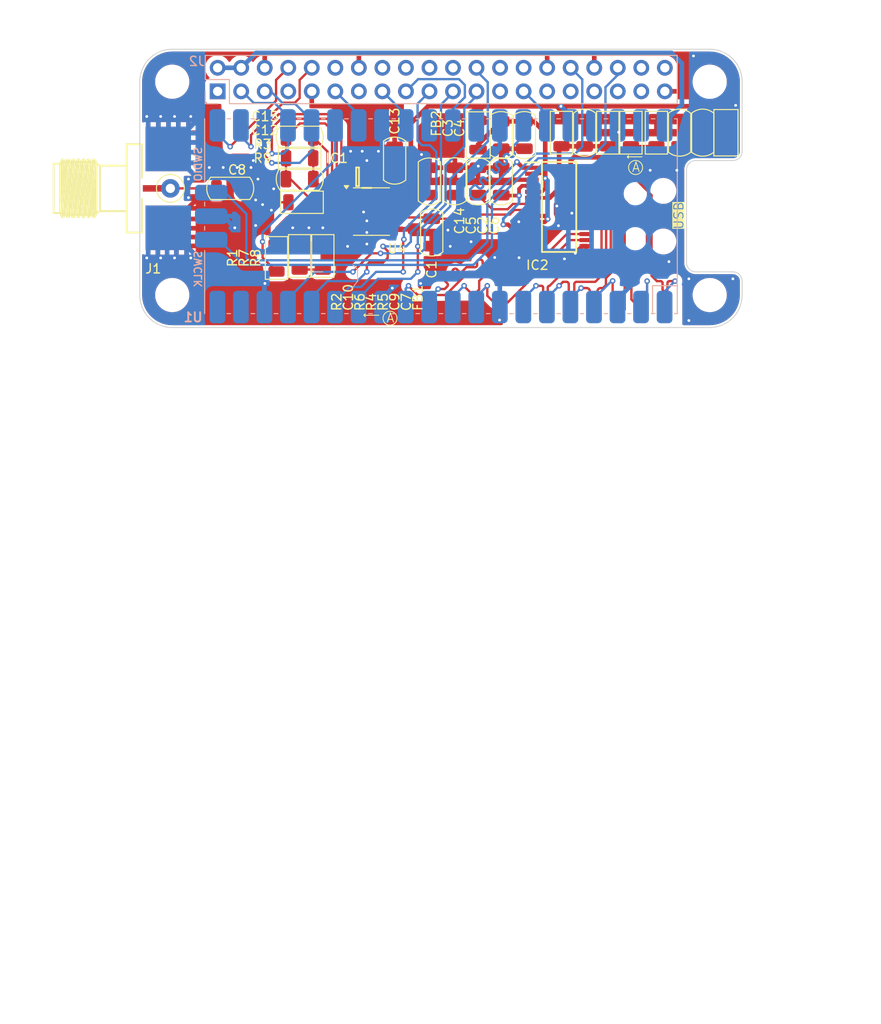
<source format=kicad_pcb>
(kicad_pcb (version 20240108) (generator "pcbnew") (generator_version "8.0")
  (layers (0 "F.Cu" signal) (31 "B.Cu" signal) (34 "B.Paste" user) (35 "F.Paste" user) (36 "B.SilkS" user "B.Silkscreen") (37 "F.SilkS" user "F.Silkscreen") (38 "B.Mask" user) (39 "F.Mask" user) (44 "Edge.Cuts" user))
  (net 0 "")
  (net 1 "/vs")
  (net 2 "Net-(IC2-VREFT)")
  (net 3 "/vo")
  (net 4 "SDA")
  (net 5 "+3.3V")
  (net 6 "SCL")
  (net 8 "+5V")
  (net 9 "ADC_VREF")
  (net 10 "GPIO9")
  (net 12 "GPIO14")
  (net 13 "GNDA")
  (net 14 "SPI_CLK")
  (net 15 "TX")
  (net 16 "GPIO26_ADC0")
  (net 17 "GPIO27_ADC1")
  (net 18 "Net-(IC2-IRS)")
  (net 19 "Net-(IC2-VREFB)")
  (net 20 "ADC_CLK")
  (net 21 "Net-(R7-Pad1)")
  (net 23 "GPIO2")
  (net 24 "GPIO7")
  (net 25 "GPIO5")
  (net 26 "GPIO3")
  (net 28 "GPIO1")
  (net 29 "GPIO6")
  (net 30 "GPIO0")
  (net 32 "GPIO4")
  (net 34 "GPIO25")
  (net 35 "Net-(J1-In)")
  (net 36 "RX")
  (net 37 "Net-(IC2-VCOM)")
  (net 38 "Net-(IC2-VDDIO)")
  (net 39 "/VREF")
  (net 40 "SPI_CS")
  (net 43 "GPIO15")
  (net 44 "GPIO20")
  (net 45 "GPIO21")
  (net 46 "SPI_MO")
  (net 47 "SPI_MI")
  (net 48 "GPIO22")
  (net 49 "GPIO24")
  (net 57 "Net-(U4-+)")
  (net 58 "Net-(IC1-B)")
  (net 66 "GPIO8")
  (net 67 "Net-(R4-Pad1)")
  (net 68 "Net-(R4-Pad2)")
  (footprint "Capacitor_SMD_AKL:C_1206_3216Metric" (layer "F.Cu") (at 114.5 70.75)
    (property "Reference" "C15")
    (property "Value" "NC" (hide yes))
  )
  (footprint "Capacitor_SMD_AKL:C_1206_3216Metric" (layer "F.Cu") (at 124.75 73.25 -90)
    (property "Reference" "C13")
    (property "Value" "100nF" (hide yes))
  )
  (footprint "Capacitor_SMD_AKL:C_1206_3216Metric" (layer "F.Cu") (at 155.5 70.25 90)
    (property "Reference" "C9")
    (property "Value" "4.7uF" (hide yes))
  )
  (footprint "Capacitor_SMD_AKL:C_1206_3216Metric" (layer "F.Cu") (at 138.75 70.5 -90)
    (property "Reference" "C4")
    (property "Value" "100nF" (hide yes))
  )
  (footprint "Resistor_SMD_AKL:R_1206_3216Metric" (layer "F.Cu") (at 114.5 73 180)
    (property "Reference" "R3")
    (property "Value" "NC" (hide yes))
  )
  (footprint "Resistor_SMD_AKL:R_1206_3216Metric" (layer "F.Cu") (at 153 70.25 -90)
    (property "Reference" "R5")
    (property "Value" "10" (hide yes))
  )
  (footprint "MountingHole:MountingHole_3.2mm_M3" (layer "F.Cu") (at 158.75 87.75)
    (property "Reference" "REF**" (hide yes))
    (property "Value" "MountingHole_3.2mm_M3")
  )
  (footprint "TestPoint:TestPoint_Loop_D1.80mm_Drill1.0mm_Beaded" (layer "F.Cu") (at 100.55 76.25)
    (property "Reference" "REF**" (hide yes))
    (property "Value" "TestPoint_Loop_D1.80mm_Drill1.0mm_Beaded")
  )
  (footprint "MountingHole:MountingHole_3.2mm_M3" (layer "F.Cu") (at 100.75 87.75)
    (property "Reference" "REF**" (hide yes))
    (property "Value" "MountingHole_3.2mm_M3")
  )
  (footprint "Package_SO:SO-8_3.9x4.9mm_P1.27mm" (layer "F.Cu") (at 122.25 78.75)
    (property "Reference" "U4")
    (property "Value" "LTC6228xS8")
  )
  (footprint "MountingHole:MountingHole_3.2mm_M3" (layer "F.Cu") (at 158.75 64.75)
    (property "Reference" "REF**" (hide yes))
    (property "Value" "MountingHole_3.2mm_M3")
  )
  (footprint "Capacitor_SMD_AKL:C_1206_3216Metric" (layer "F.Cu") (at 158 70.25 90)
    (property "Reference" "C7")
    (property "Value" "100nF" (hide yes))
  )
  (footprint "Resistor_SMD_AKL:R_1206_3216Metric" (layer "F.Cu") (at 117 83.5375 -90)
    (property "Reference" "R8")
    (property "Value" "149" (hide yes))
  )
  (footprint "Resistor_SMD_AKL:R_1206_3216Metric" (layer "F.Cu") (at 142.75 70.25 90)
    (property "Reference" "R2")
    (property "Value" "1.1K" (hide yes))
  )
  (footprint "Capacitor_SMD_AKL:C_1206_3216Metric" (layer "F.Cu") (at 133.75 75.5 90)
    (property "Reference" "C2")
    (property "Value" "100nF" (hide yes))
  )
  (footprint "MountingHole:MountingHole_3.2mm_M3" (layer "F.Cu") (at 100.75 64.75)
    (property "Reference" "REF**" (hide yes))
    (property "Value" "MountingHole_3.2mm_M3")
  )
  (footprint "Capacitor_SMD_AKL:C_1206_3216Metric" (layer "F.Cu") (at 107 76.25)
    (property "Reference" "C8")
    (property "Value" "1uF" (hide yes))
  )
  (footprint "SamacSys_Parts:SOP65P640X120-28N" (layer "F.Cu") (at 142.5 78.25)
    (property "Reference" "IC2")
    (property "Value" "ADC10080CIMT_NOPB" (hide yes))
  )
  (footprint "Resistor_SMD_AKL:R_1206_3216Metric" (layer "F.Cu") (at 114.5 83.5375 90)
    (property "Reference" "R7")
    (property "Value" "330" (hide yes))
  )
  (footprint "Capacitor_SMD_AKL:C_1206_3216Metric" (layer "F.Cu") (at 136.25 75.5 90)
    (property "Reference" "C6")
    (property "Value" "100nF" (hide yes))
  )
  (footprint "Resistor_SMD_AKL:R_1206_3216Metric" (layer "F.Cu") (at 114.75 77.75 180)
    (property "Reference" "R9")
    (property "Value" "1K" (hide yes))
  )
  (footprint "Resistor_SMD_AKL:R_1206_3216Metric" (layer "F.Cu") (at 150.25 70.25 90)
    (property "Reference" "R4")
    (property "Value" "383" (hide yes))
  )
  (footprint "ICTAMKY_V8:AMPHENOL_132357-11" (layer "F.Cu") (at 98.75 76.25)
    (property "Reference" "J1")
    (property "Value" "Conn_Coaxial" (hide yes))
  )
  (footprint "Capacitor_SMD_AKL:C_1206_3216Metric" (layer "F.Cu") (at 128.75 81 -90)
    (property "Reference" "C1")
    (property "Value" "100nF" (hide yes))
  )
  (footprint "Resistor_SMD_AKL:R_1206_3216Metric" (layer "F.Cu") (at 147.75 70.25 -90)
    (property "Reference" "R6")
    (property "Value" "1.5K" (hide yes))
  )
  (footprint "Inductor_SMD_AKL:L_1206_3216Metric" (layer "F.Cu") (at 133.75 70.5 -90)
    (property "Reference" "FB2")
    (property "Value" "FerriteBead_Small" (hide yes))
  )
  (footprint "Capacitor_SMD_AKL:C_1206_3216Metric" (layer "F.Cu") (at 145.25 70.25 90)
    (property "Reference" "C10")
    (property "Value" "100nF" (hide yes))
  )
  (footprint "Capacitor_SMD_AKL:C_1206_3216Metric" (layer "F.Cu") (at 131.25 75.5 90)
    (property "Reference" "C5")
    (property "Value" "100nF" (hide yes))
  )
  (footprint "Inductor_SMD_AKL:L_1206_3216Metric" (layer "F.Cu") (at 160.5 70.25 -90)
    (property "Reference" "FB1")
    (property "Value" "FerriteBead_Small" (hide yes))
  )
  (footprint "Resistor_SMD_AKL:R_1206_3216Metric" (layer "F.Cu") (at 112 83.75 -90)
    (property "Reference" "R1")
    (property "Value" "1.1K" (hide yes))
  )
  (footprint "Capacitor_SMD_AKL:C_1206_3216Metric" (layer "F.Cu") (at 114.5 75.25)
    (property "Reference" "C12")
    (property "Value" "1pF" (hide yes))
  )
  (footprint "Capacitor_SMD_AKL:C_1206_3216Metric" (layer "F.Cu") (at 128.5 75.5 -90)
    (property "Reference" "C14")
    (property "Value" "100nF" (hide yes))
  )
  (footprint "Capacitor_SMD_AKL:C_1206_3216Metric" (layer "F.Cu") (at 136.25 70.5 -90)
    (property "Reference" "C3")
    (property "Value" "4.7uF" (hide yes))
  )
  (footprint "SamacSys_Parts:SOT65P210X110-6N" (layer "F.Cu") (at 120.75 75 180)
    (property "Reference" "IC1")
    (property "Value" "MCP40D17T-502E_LT" (hide yes))
  )
  (footprint "Connector_PinSocket_2.54mm:PinSocket_2x20_P2.54mm_Vertical" (layer "B.Cu") (at 105.65 65.79 -90)
    (property "Reference" "J2")
    (property "Value" "Conn_02x20_Odd_Even")
  )
  (footprint "ICTAMKY_V8:RPi_Pico_SMD" (layer "B.Cu") (at 129.75 79.25 90)
    (property "Reference" "U1")
    (property "Value" "Pico")
  )
  (gr_line (start 120 87.25) (end 120.75 86.25) (stroke (width 0.1)) (layer "B.SilkS"))
  (gr_line (start 115.75 85.25) (end 115.75 82) (stroke (width 0.1)) (layer "B.SilkS"))
  (gr_line (start 120.75 86.25) (end 120.75 85) (stroke (width 0.1)) (layer "B.SilkS"))
  (gr_line (start 120.75 85) (end 120.25 84.5) (stroke (width 0.1)) (layer "B.SilkS"))
  (gr_line (start 117 85.25) (end 115.75 85.25) (stroke (width 0.1)) (layer "B.SilkS"))
  (gr_line (start 149.85 72.85) (end 150 73) (stroke (width 0.1)) (layer "F.SilkS"))
  (gr_line (start 123.025 89.925) (end 121.425 89.925) (stroke (width 0.1)) (layer "F.SilkS"))
  (gr_line (start 121.425 89.925) (end 121.575 90.075) (stroke (width 0.1)) (layer "F.SilkS"))
  (gr_line (start 149.85 72.85) (end 150 72.7) (stroke (width 0.1)) (layer "F.SilkS"))
  (gr_line (start 121.425 89.925) (end 121.575 89.775) (stroke (width 0.1)) (layer "F.SilkS"))
  (gr_circle (center 150.75 74) (end 150.85 73.25) (stroke (width 0.1)) (fill none) (layer "F.SilkS"))
  (gr_circle (center 124.25 90.25) (end 124.35 89.5) (stroke (width 0.1)) (fill none) (layer "F.SilkS"))
  (gr_line (start 151.45 72.85) (end 149.85 72.85) (stroke (width 0.1)) (layer "F.SilkS"))
  (gr_arc (start 162.249999 87.749999) (mid 161.224873 90.224873) (end 158.75 91.249999) (stroke (width 0.1)) (layer "Edge.Cuts"))
  (gr_line (start 158.75 91.25) (end 100.75 91.25) (stroke (width 0.1)) (layer "Edge.Cuts"))
  (gr_arc (start 156.25 74.25) (mid 156.542893 73.542893) (end 157.25 73.25) (stroke (width 0.1)) (layer "Edge.Cuts"))
  (gr_line (start 157.25 73.25) (end 161.25 73.25) (stroke (width 0.1)) (layer "Edge.Cuts"))
  (gr_arc (start 161.25 85.25) (mid 161.957107 85.542893) (end 162.25 86.25) (stroke (width 0.1)) (layer "Edge.Cuts"))
  (gr_line (start 97.25 87.75) (end 97.25 64.75) (stroke (width 0.1)) (layer "Edge.Cuts"))
  (gr_arc (start 158.749999 61.250001) (mid 161.224873 62.275127) (end 162.249999 64.75) (stroke (width 0.1)) (layer "Edge.Cuts"))
  (gr_line (start 156.25 84.25) (end 156.25 74.25) (stroke (width 0.1)) (layer "Edge.Cuts"))
  (gr_arc (start 162.25 72.25) (mid 161.957107 72.957107) (end 161.25 73.25) (stroke (width 0.1)) (layer "Edge.Cuts"))
  (gr_arc (start 157.25 85.25) (mid 156.542893 84.957107) (end 156.25 84.25) (stroke (width 0.1)) (layer "Edge.Cuts"))
  (gr_arc (start 97.250001 64.75) (mid 98.275127 62.275126) (end 100.75 61.25) (stroke (width 0.1)) (layer "Edge.Cuts"))
  (gr_line (start 100.75 61.25) (end 158.75 61.25) (stroke (width 0.1)) (layer "Edge.Cuts"))
  (gr_line (start 161.25 85.25) (end 157.25 85.25) (stroke (width 0.1)) (layer "Edge.Cuts"))
  (gr_arc (start 100.750001 91.249999) (mid 98.275127 90.224873) (end 97.250001 87.75) (stroke (width 0.1)) (layer "Edge.Cuts"))
  (gr_line (start 162.25 64.75) (end 162.25 72.25) (stroke (width 0.1)) (layer "Edge.Cuts"))
  (gr_line (start 162.25 86.25) (end 162.25 87.75) (stroke (width 0.1)) (layer "Edge.Cuts"))
  (gr_text "A" (at 123.8 90.793363 0) (layer "F.SilkS") (effects (font (size 1 1) (thickness 0.1)) (justify left bottom)))
  (gr_text "A" (at 150.3 74.543363 0) (layer "F.SilkS") (effects (font (size 1 1) (thickness 0.1)) (justify left bottom)))
  (gr_text "USB" (at 156 80.75 90) (layer "F.SilkS" knockout) (effects (font (size 1 1) (thickness 0.1)) (justify left bottom)))
  (segment (start 110.542893 76.542893) (end 111.457107 77.457107) (width 0.25) (layer "F.Cu") (net 1))
  (segment (start 108.475 76.25) (end 109.835786 76.25) (width 0.25) (layer "F.Cu") (net 1))
  (segment (start 112.164214 77.75) (end 113.2875 77.75) (width 0.25) (layer "F.Cu") (net 1))
  (arc (start 112.164214 77.75) (mid 111.781531 77.67388) (end 111.457107 77.457107) (width 0.25) (layer "F.Cu") (net 1))
  (arc (start 110.542893 76.542893) (mid 110.21847 76.32612) (end 109.835786 76.25) (width 0.25) (layer "F.Cu") (net 1))
  (segment (start 137.525 77.925) (end 136.95 78.5) (width 0.25) (layer "F.Cu") (net 2))
  (segment (start 139.562 77.925) (end 137.525 77.925) (width 0.25) (layer "F.Cu") (net 2))
  (segment (start 136.95 78.5) (end 135.275 78.5) (width 0.25) (layer "F.Cu") (net 2))
  (segment (start 135.275 78.5) (end 133.75 76.975) (width 0.25) (layer "F.Cu") (net 2))
  (segment (start 119.675 76.845) (end 117.57 76.845) (width 0.25) (layer "F.Cu") (net 3))
  (segment (start 115.9625 73) (end 115.975 73.0125) (width 0.25) (layer "F.Cu") (net 3))
  (segment (start 132.125 79.525) (end 133.7 81.1) (width 0.25) (layer "F.Cu") (net 3))
  (segment (start 118.15 75.65) (end 117.5 75) (width 0.25) (layer "F.Cu") (net 3))
  (segment (start 137.3 81.825) (end 139.562 81.825) (width 0.25) (layer "F.Cu") (net 3))
  (segment (start 124.825 79.385) (end 124.96 79.25) (width 0.25) (layer "F.Cu") (net 3))
  (segment (start 117.5 75) (end 117.5 72.275) (width 0.25) (layer "F.Cu") (net 3))
  (segment (start 136.575 81.1) (end 137.3 81.825) (width 0.25) (layer "F.Cu") (net 3))
  (segment (start 123.51 79.385) (end 120.97 76.845) (width 0.25) (layer "F.Cu") (net 3))
  (segment (start 128.75 79.525) (end 132.125 79.525) (width 0.25) (layer "F.Cu") (net 3))
  (segment (start 128.61 79.385) (end 128.75 79.525) (width 0.25) (layer "F.Cu") (net 3))
  (segment (start 115.975 72.9875) (end 115.9625 73) (width 0.25) (layer "F.Cu") (net 3))
  (segment (start 120.97 76.845) (end 119.675 76.845) (width 0.25) (layer "F.Cu") (net 3))
  (segment (start 124.825 79.385) (end 123.51 79.385) (width 0.25) (layer "F.Cu") (net 3))
  (segment (start 117.5 72.275) (end 115.975 70.75) (width 0.25) (layer "F.Cu") (net 3))
  (segment (start 115.975 73.0125) (end 115.975 75.25) (width 0.25) (layer "F.Cu") (net 3))
  (segment (start 117.57 76.845) (end 115.975 75.25) (width 0.25) (layer "F.Cu") (net 3))
  (segment (start 124.825 79.385) (end 128.61 79.385) (width 0.25) (layer "F.Cu") (net 3))
  (segment (start 133.7 81.1) (end 136.575 81.1) (width 0.25) (layer "F.Cu") (net 3))
  (segment (start 119.75 75.65) (end 118.15 75.65) (width 0.25) (layer "F.Cu") (net 3))
  (segment (start 115.975 70.75) (end 115.975 72.9875) (width 0.25) (layer "F.Cu") (net 3))
  (segment (start 111.5 69.75) (end 112.5 68.75) (width 0.25) (layer "F.Cu") (net 4))
  (segment (start 118.95 74.35) (end 119.75 74.35) (width 0.25) (layer "F.Cu") (net 4))
  (segment (start 118.5 73.9) (end 118.95 74.35) (width 0.25) (layer "F.Cu") (net 4))
  (segment (start 111.5 72.5) (end 111.5 69.75) (width 0.25) (layer "F.Cu") (net 4))
  (segment (start 118.5 69.725) (end 118.5 73.9) (width 0.25) (layer "F.Cu") (net 4))
  (segment (start 112.5 68.75) (end 117.525 68.75) (width 0.25) (layer "F.Cu") (net 4))
  (segment (start 117.525 68.75) (end 118.5 69.725) (width 0.25) (layer "F.Cu") (net 4))
  (via (at 111.5 72.5) (size 0.6) (drill 0.3) (layers "F.Cu" "B.Cu") (net 4))
  (segment (start 112.75 72.5) (end 111.5 72.5) (width 0.25) (layer "B.Cu") (net 4))
  (segment (start 109.55 67.05) (end 108.29 65.79) (width 0.25) (layer "B.Cu") (net 4))
  (segment (start 113.24 70.36) (end 113.24 72.01) (width 0.25) (layer "B.Cu") (net 4))
  (segment (start 113.24 70.36) (end 113.24 68.49) (width 0.25) (layer "B.Cu") (net 4))
  (segment (start 113.24 68.49) (end 111.8 67.05) (width 0.25) (layer "B.Cu") (net 4))
  (segment (start 108.29 65.79) (end 108.19 65.79) (width 0.25) (layer "B.Cu") (net 4))
  (segment (start 111.8 67.05) (end 109.55 67.05) (width 0.25) (layer "B.Cu") (net 4))
  (segment (start 113.24 72.01) (end 112.75 72.5) (width 0.25) (layer "B.Cu") (net 4))
  (segment (start 126.385 77.615) (end 126.385 78.115) (width 0.5) (layer "F.Cu") (net 5))
  (segment (start 142.75 67.95) (end 142.75 67.45) (width 0.5) (layer "F.Cu") (net 5))
  (segment (start 133.75 68.925) (end 133.75 67.95) (width 0.5) (layer "F.Cu") (net 5))
  (segment (start 142.7 67.4) (end 143.325 67.4) (width 0.5) (layer "F.Cu") (net 5))
  (segment (start 126.75 76.975) (end 126.625 77.1) (width 0.5) (layer "F.Cu") (net 5))
  (segment (start 124.75 74.725) (end 124.775 74.75) (width 0.5) (layer "F.Cu") (net 5))
  (segment (start 143.3 67.4) (end 143.325 67.4) (width 0.5) (layer "F.Cu") (net 5))
  (segment (start 128.5 76.975) (end 126.75 76.975) (width 0.5) (layer "F.Cu") (net 5))
  (segment (start 142.75 68.7875) (end 142.75 67.95) (width 0.5) (layer "F.Cu") (net 5))
  (segment (start 133.75 67.95) (end 133.2 67.4) (width 0.5) (layer "F.Cu") (net 5))
  (segment (start 124.775 74.75) (end 126.5 74.75) (width 0.5) (layer "F.Cu") (net 5))
  (segment (start 133.1 67.4) (end 128.35 67.4) (width 0.5) (layer "F.Cu") (net 5))
  (segment (start 133.75 67.4) (end 133.1 67.4) (width 0.5) (layer "F.Cu") (net 5))
  (segment (start 133.2 67.4) (end 133.1 67.4) (width 0.5) (layer "F.Cu") (net 5))
  (segment (start 134.3 67.4) (end 134.425 67.4) (width 0.5) (layer "F.Cu") (net 5))
  (segment (start 128.5 76.975) (end 128.275 76.975) (width 0.5) (layer "F.Cu") (net 5))
  (segment (start 126.625 77.1) (end 126.625 77.375) (width 0.5) (layer "F.Cu") (net 5))
  (segment (start 126.625 77.375) (end 126.385 77.615) (width 0.5) (layer "F.Cu") (net 5))
  (segment (start 142.225 67.4) (end 134.425 67.4) (width 0.5) (layer "F.Cu") (net 5))
  (segment (start 121.75 75.65) (end 123.825 75.65) (width 0.4) (layer "F.Cu") (net 5))
  (segment (start 128.35 67.4) (end 126.5 69.25) (width 0.5) (layer "F.Cu") (net 5))
  (segment (start 134.425 67.4) (end 133.75 67.4) (width 0.5) (layer "F.Cu") (net 5))
  (segment (start 133.75 67.95) (end 133.75 67.4) (width 0.5) (layer "F.Cu") (net 5))
  (segment (start 142.7 67.4) (end 142.225 67.4) (width 0.5) (layer "F.Cu") (net 5))
  (segment (start 123.825 75.65) (end 124.75 74.725) (width 0.4) (layer "F.Cu") (net 5))
  (segment (start 142.75 67.45) (end 142.7 67.4) (width 0.5) (layer "F.Cu") (net 5))
  (segment (start 143.325 67.4) (end 159.225 67.4) (width 0.5) (layer "F.Cu") (net 5))
  (segment (start 126.385 78.115) (end 126.625 77.875) (width 0.5) (layer "F.Cu") (net 5))
  (segment (start 142.75 67.925) (end 142.225 67.4) (width 0.5) (layer "F.Cu") (net 5))
  (segment (start 142.75 67.95) (end 142.75 67.925) (width 0.5) (layer "F.Cu") (net 5))
  (segment (start 159.225 67.4) (end 160.5 68.675) (width 0.5) (layer "F.Cu") (net 5))
  (segment (start 126.5 69.25) (end 126.5 78) (width 0.5) (layer "F.Cu") (net 5))
  (segment (start 142.75 67.95) (end 143.3 67.4) (width 0.5) (layer "F.Cu") (net 5))
  (segment (start 126.625 77.875) (end 126.625 77.375) (width 0.5) (layer "F.Cu") (net 5))
  (segment (start 126.5 78) (end 126.385 78.115) (width 0.5) (layer "F.Cu") (net 5))
  (segment (start 124.825 78.115) (end 126.385 78.115) (width 0.5) (layer "F.Cu") (net 5))
  (segment (start 133.75 67.95) (end 134.3 67.4) (width 0.5) (layer "F.Cu") (net 5))
  (via (at 142.7 67.4) (size 0.6) (drill 0.3) (layers "F.Cu" "B.Cu") (net 5))
  (segment (start 142.7 67.4) (end 143.72 68.42) (width 0.5) (layer "B.Cu") (net 5))
  (segment (start 143.72 68.42) (end 143.72 70.36) (width 0.5) (layer "B.Cu") (net 5))
  (segment (start 119.425 73.675) (end 119 73.25) (width 0.25) (layer "F.Cu") (net 6))
  (segment (start 112.25 68.25) (end 110.75 69.75) (width 0.25) (layer "F.Cu") (net 6))
  (segment (start 110.75 72.75) (end 111.5 73.5) (width 0.25) (layer "F.Cu") (net 6))
  (segment (start 117.75 68.25) (end 112.25 68.25) (width 0.25) (layer "F.Cu") (net 6))
  (segment (start 120.75 73.675) (end 119.425 73.675) (width 0.25) (layer "F.Cu") (net 6))
  (segment (start 119 69.5) (end 117.75 68.25) (width 0.25) (layer "F.Cu") (net 6))
  (segment (start 121.425 74.35) (end 120.75 73.675) (width 0.25) (layer "F.Cu") (net 6))
  (segment (start 110.75 69.75) (end 110.75 72.75) (width 0.25) (layer "F.Cu") (net 6))
  (segment (start 121.75 74.35) (end 121.425 74.35) (width 0.25) (layer "F.Cu") (net 6))
  (segment (start 119 73.25) (end 119 69.5) (width 0.25) (layer "F.Cu") (net 6))
  (via (at 111.5 73.5) (size 0.6) (drill 0.3) (layers "F.Cu" "B.Cu") (net 6))
  (segment (start 115.78 68.905) (end 114.025 67.15) (width 0.25) (layer "B.Cu") (net 6))
  (segment (start 115.78 70.36) (end 115.78 68.905) (width 0.25) (layer "B.Cu") (net 6))
  (segment (start 115.78 70.36) (end 115.78 72.22) (width 0.25) (layer "B.Cu") (net 6))
  (segment (start 114.025 67.15) (end 112.75 67.15) (width 0.25) (layer "B.Cu") (net 6))
  (segment (start 115.78 72.22) (end 114.5 73.5) (width 0.25) (layer "B.Cu") (net 6))
  (segment (start 111.39 65.79) (end 110.73 65.79) (width 0.25) (layer "B.Cu") (net 6))
  (segment (start 114.5 73.5) (end 111.5 73.5) (width 0.25) (layer "B.Cu") (net 6))
  (segment (start 112.75 67.15) (end 111.39 65.79) (width 0.25) (layer "B.Cu") (net 6))
  (segment (start 153.88 69.12) (end 155.75 67.25) (width 0.5) (layer "B.Cu") (net 8))
  (segment (start 153.88 70.36) (end 153.88 69.12) (width 0.5) (layer "B.Cu") (net 8))
  (segment (start 154.625 61.65) (end 109.79 61.65) (width 0.5) (layer "B.Cu") (net 8))
  (segment (start 109.79 61.65) (end 108.19 63.25) (width 0.5) (layer "B.Cu") (net 8))
  (segment (start 105.65 63.25) (end 108.19 63.25) (width 0.5) (layer "B.Cu") (net 8))
  (segment (start 155.75 62.775) (end 154.625 61.65) (width 0.5) (layer "B.Cu") (net 8))
  (segment (start 155.75 67.25) (end 155.75 62.775) (width 0.5) (layer "B.Cu") (net 8))
  (segment (start 141.18 68.3) (end 138.67 65.79) (width 0.25) (layer "B.Cu") (net 9))
  (segment (start 141.18 70.36) (end 141.18 68.3) (width 0.25) (layer "B.Cu") (net 9))
  (segment (start 127.25 87.75) (end 126.25 86.75) (width 0.25) (layer "F.Cu") (net 10))
  (segment (start 130.25 87.75) (end 127.25 87.75) (width 0.25) (layer "F.Cu") (net 10))
  (segment (start 145.438 81.825) (end 143.675 81.825) (width 0.25) (layer "F.Cu") (net 10))
  (segment (start 143.675 81.825) (end 141.175 84.325) (width 0.25) (layer "F.Cu") (net 10))
  (segment (start 138.775 85.25) (end 132.75 85.25) (width 0.25) (layer "F.Cu") (net 10))
  (segment (start 132.75 85.25) (end 130.25 87.75) (width 0.25) (layer "F.Cu") (net 10))
  (segment (start 141.175 84.325) (end 139.7 84.325) (width 0.25) (layer "F.Cu") (net 10))
  (segment (start 139.7 84.325) (end 138.775 85.25) (width 0.25) (layer "F.Cu") (net 10))
  (via (at 126.25 86.75) (size 0.6) (drill 0.3) (layers "F.Cu" "B.Cu") (net 10))
  (segment (start 125.94 88.14) (end 125.94 87.06) (width 0.25) (layer "B.Cu") (net 10))
  (segment (start 125.94 87.06) (end 126.25 86.75) (width 0.25) (layer "B.Cu") (net 10))
  (segment (start 138.15 80.15) (end 138.15 79.85) (width 0.45) (layer "F.Cu") (net 13))
  (segment (start 104.2875 71.3) (end 100.0125 71.3) (width 0.5) (layer "F.Cu") (net 13))
  (segment (start 136.25 71.975) (end 136.25 74.025) (width 0.5) (layer "F.Cu") (net 13))
  (segment (start 104.9875 78.4) (end 100.7125 78.4) (width 0.5) (layer "F.Cu") (net 13))
  (segment (start 145.438 78.575) (end 144.225 78.575) (width 0.45) (layer "F.Cu") (net 13))
  (segment (start 119.675 82.5) (end 119.675 80.655) (width 0.5) (layer "F.Cu") (net 13))
  (segment (start 100.35 72.4375) (end 100.35 68.1625) (width 0.5) (layer "F.Cu") (net 13))
  (segment (start 119.345 80.655) (end 119.675 80.655) (width 0.5) (layer "F.Cu") (net 13))
  (segment (start 100.2 85.4375) (end 100.2 81.1625) (width 0.5) (layer "F.Cu") (net 13))
  (segment (start 105.1875 81.5) (end 100.9125 81.5) (width 0.5) (layer "F.Cu") (net 13))
  (segment (start 136.275 74.025) (end 136.25 74.025) (width 0.5) (layer "F.Cu") (net 13))
  (segment (start 124.825 80.655) (end 126.72 80.655) (width 0.5) (layer "F.Cu") (net 13))
  (segment (start 145.025 82.475) (end 144.25 83.25) (width 0.5) (layer "F.Cu") (net 13))
  (segment (start 102.5 67.6125) (end 102.5 71.8875) (width 0.5) (layer "F.Cu") (net 13))
  (segment (start 136.25 71.975) (end 138.75 71.975) (width 0.5) (layer "F.Cu") (net 13))
  (segment (start 98.15 72.4375) (end 98.15 68.1625) (width 0.5) (layer "F.Cu") (net 13))
  (segment (start 99.25 72.4375) (end 99.25 68.1625) (width 0.5) (layer "F.Cu") (net 13))
  (segment (start 144.225 78.575) (end 143.960571 78.839429) (width 0.45) (layer "F.Cu") (net 13))
  (segment (start 138.525 80.525) (end 138.15 80.15) (width 0.45) (layer "F.Cu") (net 13))
  (segment (start 101.4 72.4875) (end 101.4 68.2125) (width 0.5) (layer "F.Cu") (net 13))
  (segment (start 130.275 74.025) (end 128.5 74.025) (width 0.5) (layer "F.Cu") (net 13))
  (segment (start 101.2 85.3875) (end 101.2 81.1125) (width 0.5) (layer "F.Cu") (net 13))
  (segment (start 136.75 82.95) (end 137.225 82.475) (width 0.45) (layer "F.Cu") (net 13))
  (segment (start 105.1875 79.55) (end 100.9125 79.55) (width 0.5) (layer "F.Cu") (net 13))
  (segment (start 123 71.775) (end 124.75 71.775) (width 0.4) (layer "F.Cu") (net 13))
  (segment (start 137.575 75.325) (end 139.562 75.325) (width 0.45) (layer "F.Cu") (net 13))
  (segment (start 123 74.75) (end 123 71.775) (width 0.4) (layer "F.Cu") (net 13))
  (segment (start 99.2 85.2875) (end 99.2 81.0125) (width 0.5) (layer "F.Cu") (net 13))
  (segment (start 140.8 82.475) (end 141.2 82.075) (width 0.45) (layer "F.Cu") (net 13))
  (segment (start 136.25 74.025) (end 130.275 74.025) (width 0.5) (layer "F.Cu") (net 13))
  (segment (start 104.7875 72.35) (end 100.5125 72.35) (width 0.5) (layer "F.Cu") (net 13))
  (segment (start 105.1375 82.45) (end 100.8625 82.45) (width 0.5) (layer "F.Cu") (net 13))
  (segment (start 139.562 80.525) (end 138.525 80.525) (width 0.45) (layer "F.Cu") (net 13))
  (segment (start 131 74.025) (end 130.275 74.025) (width 0.5) (layer "F.Cu") (net 13))
  (segment (start 143.875 78.925) (end 144.225 78.575) (width 0) (layer "F.Cu") (net 13))
  (segment (start 104.5875 70.25) (end 100.3125 70.25) (width 0.5) (layer "F.Cu") (net 13))
  (segment (start 104.8375 73.5) (end 100.5625 73.5) (width 0.5) (layer "F.Cu") (net 13))
  (segment (start 139.562 82.475) (end 140.8 82.475) (width 0.45) (layer "F.Cu") (net 13))
  (segment (start 152.325 74.3) (end 152.05 74.025) (width 0.45) (layer "F.Cu") (net 13))
  (segment (start 122.75 75) (end 123 74.75) (width 0.4) (layer "F.Cu") (net 13))
  (segment (start 98.15 85.2375) (end 98.15 80.9625) (width 0.5) (layer "F.Cu") (net 13))
  (segment (start 152.05 74.025) (end 145.438 74.025) (width 0.45) (layer "F.Cu") (net 13))
  (segment (start 105.0875 80.55) (end 100.8125 80.55) (width 0.5) (layer "F.Cu") (net 13))
  (segment (start 145.438 82.475) (end 145.025 82.475) (width 0.5) (layer "F.Cu") (net 13))
  (segment (start 102.3 85.4375) (end 102.3 81.1625) (width 0.5) (layer "F.Cu") (net 13))
  (segment (start 130.775 74.25) (end 131 74.025) (width 0.5) (layer "F.Cu") (net 13))
  (segment (start 126.72 80.655) (end 126.75 80.625) (width 0.5) (layer "F.Cu") (net 13))
  (segment (start 137.225 82.475) (end 139.562 82.475) (width 0.45) (layer "F.Cu") (net 13))
  (segment (start 100.325 67.725) (end 100.4 67.65) (width 0.5) (layer "F.Cu") (net 13))
  (segment (start 121.75 75) (end 122.75 75) (width 0.4) (layer "F.Cu") (net 13))
  (via (at 110.5 78) (size 0.6) (drill 0.3) (layers "F.Cu" "B.Cu") (net 13))
  (via (at 98 83.75) (size 0.6) (drill 0.3) (layers "F.Cu" "B.Cu") (net 13))
  (via (at 102.5 75.25) (size 0.6) (drill 0.3) (layers "F.Cu" "B.Cu") (net 13))
  (via (at 136.075 90.45) (size 0.6) (drill 0.3) (layers "F.Cu" "B.Cu") (net 13))
  (via (at 121.75 81) (size 0.6) (drill 0.3) (layers "F.Cu" "B.Cu") (net 13))
  (via (at 135.55 83.7) (size 0.6) (drill 0.3) (layers "F.Cu" "B.Cu") (net 13))
  (via (at 101 68.5) (size 0.6) (drill 0.3) (layers "F.Cu" "B.Cu") (net 13))
  (via (at 161.55 67.3) (size 0.6) (drill 0.3) (layers "F.Cu" "B.Cu") (net 13))
  (via (at 99.5 83.75) (size 0.6) (drill 0.3) (layers "F.Cu" "B.Cu") (net 13))
  (via (at 109.25 74) (size 0.6) (drill 0.3) (layers "F.Cu" "B.Cu") (net 13))
  (via (at 121.75 82.25) (size 0.6) (drill 0.3) (layers "F.Cu" "B.Cu") (net 13))
  (via (at 127.65 72.6) (size 0.6) (drill 0.3) (layers "F.Cu" "B.Cu") (net 13))
  (via (at 101 83.75) (size 0.6) (drill 0.3) (layers "F.Cu" "B.Cu") (net 13))
  (via (at 121.25 72.25) (size 0.6) (drill 0.3) (layers "F.Cu" "B.Cu") (net 13))
  (via (at 142.425 80.275) (size 0.6) (drill 0.3) (layers "F.Cu" "B.Cu") (net 13))
  (via (at 133 82) (size 0.6) (drill 0.3) (layers "F.Cu" "B.Cu") (net 13))
  (via (at 120 72.25) (size 0.6) (drill 0.3) (layers "F.Cu" "B.Cu") (net 13))
  (via (at 107.75 74) (size 0.6) (drill 0.3) (layers "F.Cu" "B.Cu") (net 13))
  (via (at 123 72.25) (size 0.6) (drill 0.3) (layers "F.Cu" "B.Cu") (net 13))
  (via (at 109.75 77.5) (size 0.6) (drill 0.3) (layers "F.Cu" "B.Cu") (net 13))
  (via (at 138.175 83.725) (size 0.6) (drill 0.3) (layers "F.Cu" "B.Cu") (net 13))
  (via (at 102.5 77.25) (size 0.6) (drill 0.3) (layers "F.Cu" "B.Cu") (net 13))
  (via (at 130.75 82.5) (size 0.6) (drill 0.3) (layers "F.Cu" "B.Cu") (net 13))
  (via (at 154.35 84.15) (size 0.6) (drill 0.3) (layers "F.Cu" "B.Cu") (net 13))
  (via (at 99.5 68.5) (size 0.6) (drill 0.3) (layers "F.Cu" "B.Cu") (net 13))
  (via (at 143.075 83.85) (size 0.6) (drill 0.3) (layers "F.Cu" "B.Cu") (net 13))
  (via (at 155.2 74.3) (size 0.6) (drill 0.3) (layers "F.Cu" "B.Cu") (net 13))
  (via (at 113.75 80.5) (size 0.6) (drill 0.3) (layers "F.Cu" "B.Cu") (net 13))
  (via (at 109.5 73.25) (size 0.6) (drill 0.3) (layers "F.Cu" "B.Cu") (net 13))
  (via (at 102.75 68.5) (size 0.6) (drill 0.3) (layers "F.Cu" "B.Cu") (net 13))
  (via (at 156.5 90.5) (size 0.6) (drill 0.3) (layers "F.Cu" "B.Cu") (net 13))
  (via (at 115.5 80.5) (size 0.6) (drill 0.3) (layers "F.Cu" "B.Cu") (net 13))
  (via (at 156.5 86) (size 0.6) (drill 0.3) (layers "F.Cu" "B.Cu") (net 13))
  (via (at 148.925 70.2) (size 0.6) (drill 0.3) (layers "F.Cu" "B.Cu") (net 13))
  (via (at 102.75 83.75) (size 0.6) (drill 0.3) (layers "F.Cu" "B.Cu") (net 13))
  (via (at 144.25 83.25) (size 0.6) (drill 0.3) (layers "F.Cu" "B.Cu") (net 13))
  (via (at 124.5 87) (size 0.6) (drill 0.3) (layers "F.Cu" "B.Cu") (net 13))
  (via (at 98 68.5) (size 0.6) (drill 0.3) (layers "F.Cu" "B.Cu") (net 13))
  (via (at 121.4 78.8) (size 0.6) (drill 0.3) (layers "F.Cu" "B.Cu") (net 13))
  (via (at 152.325 74.3) (size 0.6) (drill 0.3) (layers "F.Cu" "B.Cu") (net 13))
  (via (at 117 80.5) (size 0.6) (drill 0.3) (layers "F.Cu" "B.Cu") (net 13))
  (via (at 121.75 79.75) (size 0.6) (drill 0.3) (layers "F.Cu" "B.Cu") (net 13))
  (via (at 133.775 73.85) (size 0.6) (drill 0.3) (layers "F.Cu" "B.Cu") (net 13))
  (via (at 109.75 80.25) (size 0.6) (drill 0.3) (layers "F.Cu" "B.Cu") (net 13))
  (via (at 127.55 86.5) (size 0.6) (drill 0.3) (layers "F.Cu" "B.Cu") (net 13))
  (via (at 130.5 80.75) (size 0.6) (drill 0.3) (layers "F.Cu" "B.Cu") (net 13))
  (via (at 119.675 82.5) (size 0.6) (drill 0.3) (layers "F.Cu" "B.Cu") (net 13))
  (via (at 138.15 79.85) (size 0.6) (drill 0.3) (layers "F.Cu" "B.Cu") (net 13))
  (via (at 107.5 80.5) (size 0.6) (drill 0.3) (layers "F.Cu" "B.Cu") (net 13))
  (via (at 111.45 78.6) (size 0.6) (drill 0.3) (layers "F.Cu" "B.Cu") (net 13))
  (via (at 143.875 78.925) (size 0.6) (drill 0.3) (layers "F.Cu" "B.Cu") (net 13))
  (via (at 110.75 86.5) (size 0.6) (drill 0.3) (layers "F.Cu" "B.Cu") (net 13))
  (via (at 106.25 74) (size 0.6) (drill 0.3) (layers "F.Cu" "B.Cu") (net 13))
  (via (at 157 61.975) (size 0.6) (drill 0.3) (layers "F.Cu" "B.Cu") (net 13))
  (via (at 111.7 76.3) (size 0.6) (drill 0.3) (layers "F.Cu" "B.Cu") (net 13))
  (via (at 104.75 74) (size 0.6) (drill 0.3) (layers "F.Cu" "B.Cu") (net 13))
  (via (at 110 75.25) (size 0.6) (drill 0.3) (layers "F.Cu" "B.Cu") (net 13))
  (via (at 161.25 86) (size 0.6) (drill 0.3) (layers "F.Cu" "B.Cu") (net 13))
  (via (at 142.25 78.15) (size 0.6) (drill 0.3) (layers "F.Cu" "B.Cu") (net 13))
  (via (at 121.75 73.25) (size 0.6) (drill 0.3) (layers "F.Cu" "B.Cu") (net 13))
  (segment (start 103.9125 72.35) (end 100.4875 72.35) (width 0.5) (layer "B.Cu") (net 13))
  (segment (start 102.3 81.6875) (end 102.3 85.1125) (width 0.5) (layer "B.Cu") (net 13))
  (segment (start 99.25 71.5625) (end 99.25 68.1375) (width 0.5) (layer "B.Cu") (net 13))
  (segment (start 110.7 86.55) (end 110.7 88.14) (width 0.5) (layer "B.Cu") (net 13))
  (segment (start 99.2 81.6875) (end 99.2 85.1125) (width 0.5) (layer "B.Cu") (net 13))
  (segment (start 102.5 72.0625) (end 102.5 68.6375) (width 0.5) (layer "B.Cu") (net 13))
  (segment (start 110.7 72.05) (end 109.5 73.25) (width 0.5) (layer "B.Cu") (net 13))
  (segment (start 100.325 68.575) (end 100.4 68.5) (width 0.5) (layer "B.Cu") (net 13))
  (segment (start 105.85 79.25) (end 106.25 79.25) (width 0.5) (layer "B.Cu") (net 13))
  (segment (start 98.15 81.6875) (end 98.15 85.1125) (width 0.5) (layer "B.Cu") (net 13))
  (segment (start 110.7 70.36) (end 110.7 72.05) (width 0.5) (layer "B.Cu") (net 13))
  (segment (start 100.35 71.5625) (end 100.35 68.1375) (width 0.5) (layer "B.Cu") (net 13))
  (segment (start 123.4 71.85) (end 123.4 70.36) (width 0.5) (layer "B.Cu") (net 13))
  (segment (start 100.2 81.6875) (end 100.2 85.1125) (width 0.5) (layer "B.Cu") (net 13))
  (segment (start 148.828298 88.14) (end 150.25 86.718298) (width 0.5) (layer "B.Cu") (net 13))
  (segment (start 101.575 79.25) (end 100.325 80.5) (width 0.5) (layer "B.Cu") (net 13))
  (segment (start 110.75 86.5) (end 110.7 86.55) (width 0.5) (layer "B.Cu") (net 13))
  (segment (start 123.4 88.1) (end 124.5 87) (width 0.5) (layer "B.Cu") (net 13))
  (segment (start 150.25 86.718298) (end 150.25 84.75) (width 0.5) (layer "B.Cu") (net 13))
  (segment (start 103.9125 70.3) (end 100.4875 70.3) (width 0.5) (layer "B.Cu") (net 13))
  (segment (start 148.8 88.14) (end 148.828298 88.14) (width 0.5) (layer "B.Cu") (net 13))
  (segment (start 103.9125 71.3) (end 100.4875 71.3) (width 0.5) (layer "B.Cu") (net 13))
  (segment (start 123.4 88.14) (end 123.4 88.1) (width 0.5) (layer "B.Cu") (net 13))
  (segment (start 101.2 81.6375) (end 101.2 85.0625) (width 0.5) (layer "B.Cu") (net 13))
  (segment (start 148.925 70.235) (end 148.8 70.36) (width 0.5) (layer "B.Cu") (net 13))
  (segment (start 106.25 79.25) (end 107.5 80.5) (width 0.5) (layer "B.Cu") (net 13))
  (segment (start 123 72.25) (end 123.4 71.85) (width 0.5) (layer "B.Cu") (net 13))
  (segment (start 104.0125 73.5) (end 100.5875 73.5) (width 0.5) (layer "B.Cu") (net 13))
  (segment (start 101.4 71.6125) (end 101.4 68.1875) (width 0.5) (layer "B.Cu") (net 13))
  (segment (start 148.925 70.2) (end 148.925 70.235) (width 0.5) (layer "B.Cu") (net 13))
  (segment (start 98.15 72) (end 98.15 68.575) (width 0.5) (layer "B.Cu") (net 13))
  (segment (start 127.25 85.25) (end 127.25 82.5) (width 0.25) (layer "F.Cu") (net 14))
  (via (at 127.25 82.5) (size 0.6) (drill 0.3) (layers "F.Cu" "B.Cu") (net 14))
  (via (at 127.25 85.25) (size 0.6) (drill 0.3) (layers "F.Cu" "B.Cu") (net 14))
  (segment (start 133.59 66.285) (end 133.59 65.79) (width 0.25) (layer "B.Cu") (net 14))
  (segment (start 127.25 82.5) (end 127.25 80.975) (width 0.25) (layer "B.Cu") (net 14))
  (segment (start 132.275 67.6) (end 133.59 66.285) (width 0.25) (layer "B.Cu") (net 14))
  (segment (start 120.86 88.09) (end 120.86 88.14) (width 0.25) (layer "B.Cu") (net 14))
  (segment (start 127.25 80.975) (end 130.25 77.975) (width 0.25) (layer "B.Cu") (net 14))
  (segment (start 126.5 86) (end 122.95 86) (width 0.25) (layer "B.Cu") (net 14))
  (segment (start 130.25 77.975) (end 130.25 73.75) (width 0.25) (layer "B.Cu") (net 14))
  (segment (start 130.25 73.75) (end 132.275 71.725) (width 0.25) (layer "B.Cu") (net 14))
  (segment (start 132.275 71.725) (end 132.275 67.6) (width 0.25) (layer "B.Cu") (net 14))
  (segment (start 122.95 86) (end 120.86 88.09) (width 0.25) (layer "B.Cu") (net 14))
  (segment (start 127.25 85.25) (end 126.5 86) (width 0.25) (layer "B.Cu") (net 14))
  (segment (start 111.955 66.795) (end 111.955 64.565) (width 0.25) (layer "F.Cu") (net 15))
  (segment (start 107 71.75) (end 111.955 66.795) (width 0.25) (layer "F.Cu") (net 15))
  (segment (start 111.955 64.565) (end 113.27 63.25) (width 0.25) (layer "F.Cu") (net 15))
  (via (at 107 71.75) (size 0.6) (drill 0.3) (layers "F.Cu" "B.Cu") (net 15))
  (segment (start 105.62 70.37) (end 105.62 70.36) (width 0.25) (layer "B.Cu") (net 15))
  (segment (start 107 71.75) (end 105.62 70.37) (width 0.25) (layer "B.Cu") (net 15))
  (segment (start 132.325 65.1) (end 131.7 64.475) (width 0.25) (layer "B.Cu") (net 16))
  (segment (start 132.325 66.425) (end 132.325 65.1) (width 0.25) (layer "B.Cu") (net 16))
  (segment (start 131.02 70.36) (end 131.02 67.73) (width 0.25) (layer "B.Cu") (net 16))
  (segment (start 131.02 67.73) (end 132.325 66.425) (width 0.25) (layer "B.Cu") (net 16))
  (segment (start 127.285 64.475) (end 125.97 65.79) (width 0.25) (layer "B.Cu") (net 16))
  (segment (start 131.7 64.475) (end 127.285 64.475) (width 0.25) (layer "B.Cu") (net 16))
  (segment (start 136.25 69.025) (end 138.75 69.025) (width 0.5) (layer "F.Cu") (net 18))
  (segment (start 140.95 79.875) (end 139.562 79.875) (width 0.45) (layer "F.Cu") (net 18))
  (segment (start 140.925 74.425) (end 141 74.5) (width 0.25) (layer "F.Cu") (net 18))
  (segment (start 133.75 71.525) (end 136.25 69.025) (width 0.5) (layer "F.Cu") (net 18))
  (segment (start 141 75.175) (end 141 76.25) (width 0.4) (layer "F.Cu") (net 18))
  (segment (start 141 74.5) (end 141 75.175) (width 0.25) (layer "F.Cu") (net 18))
  (segment (start 139.612 74.625) (end 140.725 74.625) (width 0.4) (layer "F.Cu") (net 18))
  (segment (start 141.275 79.55) (end 140.95 79.875) (width 0.45) (layer "F.Cu") (net 18))
  (segment (start 140.625 76.625) (end 139.562 76.625) (width 0.4) (layer "F.Cu") (net 18))
  (segment (start 139.562 74.675) (end 139.612 74.625) (width 0.4) (layer "F.Cu") (net 18))
  (segment (start 141.275 79.55) (end 140.95 79.225) (width 0.45) (layer "F.Cu") (net 18))
  (segment (start 139.775 69.025) (end 138.75 69.025) (width 0.5) (layer "F.Cu") (net 18))
  (segment (start 141 76.25) (end 140.625 76.625) (width 0.4) (layer "F.Cu") (net 18))
  (segment (start 141 70.25) (end 139.775 69.025) (width 0.5) (layer "F.Cu") (net 18))
  (segment (start 140.725 74.625) (end 140.925 74.425) (width 0.4) (layer "F.Cu") (net 18))
  (segment (start 133.75 72.075) (end 133.75 71.525) (width 0.5) (layer "F.Cu") (net 18))
  (segment (start 141 75.175) (end 141 70.25) (width 0.5) (layer "F.Cu") (net 18))
  (segment (start 140.95 79.225) (end 139.562 79.225) (width 0.45) (layer "F.Cu") (net 18))
  (via (at 141 75.175) (size 0.6) (drill 0.3) (layers "F.Cu" "B.Cu") (net 18))
  (via (at 141.275 79.55) (size 0.6) (drill 0.3) (layers "F.Cu" "B.Cu") (net 18))
  (segment (start 141.275 79.55) (end 141.25 79.525) (width 0.5) (layer "B.Cu") (net 18))
  (segment (start 141.25 75.425) (end 141 75.175) (width 0.5) (layer "B.Cu") (net 18))
  (segment (start 141.25 79.525) (end 141.25 75.425) (width 0.5) (layer "B.Cu") (net 18))
  (segment (start 137.675 78.575) (end 137.175 79.075) (width 0.25) (layer "F.Cu") (net 19))
  (segment (start 139.562 78.575) (end 137.675 78.575) (width 0.25) (layer "F.Cu") (net 19))
  (segment (start 137.175 79.075) (end 133.35 79.075) (width 0.25) (layer "F.Cu") (net 19))
  (segment (start 133.35 79.075) (end 131.25 76.975) (width 0.25) (layer "F.Cu") (net 19))
  (segment (start 138.575 74.025) (end 139.562 74.025) (width 0.45) (layer "F.Cu") (net 20))
  (segment (start 137.95 73.4) (end 138.575 74.025) (width 0.45) (layer "F.Cu") (net 20))
  (via (at 137.95 73.4) (size 0.6) (drill 0.3) (layers "F.Cu" "B.Cu") (net 20))
  (segment (start 135.5212 74.503263) (end 135.303676 74.285739) (width 0.25) (layer "B.Cu") (net 20))
  (segment (start 133.925 77.425) (end 137.95 73.4) (width 0.25) (layer "B.Cu") (net 20))
  (segment (start 134.964266 74.285738) (end 134.879411 74.37059) (width 0.25) (layer "B.Cu") (net 20))
  (segment (start 138.64 70.36) (end 138.64 70.61) (width 0.25) (layer "B.Cu") (net 20))
  (segment (start 133.824178 76.20036) (end 133.606617 75.982799) (width 0.25) (layer "B.Cu") (net 20))
  (segment (start 135.812796 73.437208) (end 135.727941 73.52206) (width 0.25) (layer "B.Cu") (net 20))
  (segment (start 133.182351 76.06765) (end 133.0875 76.1625) (width 0.25) (layer "B.Cu") (net 20))
  (segment (start 135.72794 73.861472) (end 135.945465 74.078997) (width 0.25) (layer "B.Cu") (net 20))
  (segment (start 134.87941 74.710002) (end 135.096948 74.92754) (width 0.25) (layer "B.Cu") (net 20))
  (segment (start 133.267205 75.982799) (end 133.182351 76.06765) (width 0.25) (layer "B.Cu") (net 20))
  (segment (start 137.642487 72.721312) (end 137.557635 72.806165) (width 0.25) (layer "B.Cu") (net 20))
  (segment (start 136.576471 72.67353) (end 136.57647 72.67353) (width 0.25) (layer "B.Cu") (net 20))
  (segment (start 134.030881 75.21912) (end 134.03088 75.21912) (width 0.25) (layer "B.Cu") (net 20))
  (segment (start 132.9 77.025) (end 133.3 77.425) (width 0.25) (layer "B.Cu") (net 20))
  (segment (start 137.425 72.164412) (end 137.642488 72.3819) (width 0.25) (layer "B.Cu") (net 20))
  (segment (start 134.879411 74.37059) (end 134.87941 74.37059) (width 0.25) (layer "B.Cu") (net 20))
  (segment (start 135.727941 73.52206) (end 135.72794 73.52206) (width 0.25) (layer "B.Cu") (net 20))
  (segment (start 132.9 76.35) (end 132.9 77.025) (width 0.25) (layer "B.Cu") (net 20))
  (segment (start 135.945464 74.418409) (end 135.860612 74.503262) (width 0.25) (layer "B.Cu") (net 20))
  (segment (start 134.248442 76.115506) (end 134.163588 76.200361) (width 0.25) (layer "B.Cu") (net 20))
  (segment (start 135.096947 75.266952) (end 135.012095 75.351805) (width 0.25) (layer "B.Cu") (net 20))
  (segment (start 136.661326 72.588678) (end 136.576471 72.67353) (width 0.25) (layer "B.Cu") (net 20))
  (segment (start 136.57647 73.012942) (end 136.793983 73.230455) (width 0.25) (layer "B.Cu") (net 20))
  (segment (start 134.672683 75.351806) (end 134.455146 75.134269) (width 0.25) (layer "B.Cu") (net 20))
  (segment (start 133.0875 76.1625) (end 132.9 76.35) (width 0.25) (layer "B.Cu") (net 20))
  (segment (start 133.3 77.425) (end 133.925 77.425) (width 0.25) (layer "B.Cu") (net 20))
  (segment (start 138.64 70.61) (end 137.425 71.825) (width 0.25) (layer "B.Cu") (net 20))
  (segment (start 136.369718 73.654721) (end 136.152206 73.437209) (width 0.25) (layer "B.Cu") (net 20))
  (segment (start 137.218223 72.806166) (end 137.000736 72.588679) (width 0.25) (layer "B.Cu") (net 20))
  (segment (start 134.115736 75.134268) (end 134.030881 75.21912) (width 0.25) (layer "B.Cu") (net 20))
  (segment (start 136.793982 73.569867) (end 136.70913 73.65472) (width 0.25) (layer "B.Cu") (net 20))
  (segment (start 134.03088 75.558532) (end 134.248442 75.776094) (width 0.25) (layer "B.Cu") (net 20))
  (arc (start 135.72794 73.52206) (mid 135.657644 73.691767) (end 135.72794 73.861472) (width 0.25) (layer "B.Cu") (net 20))
  (arc (start 136.70913 73.65472) (mid 136.539424 73.725015) (end 136.369718 73.654721) (width 0.25) (layer "B.Cu") (net 20))
  (arc (start 137.425 71.825) (mid 137.354704 71.994707) (end 137.425 72.164412) (width 0.25) (layer "B.Cu") (net 20))
  (arc (start 134.163588 76.200361) (mid 133.993884 76.270654) (end 133.824178 76.20036) (width 0.25) (layer "B.Cu") (net 20))
  (arc (start 135.012095 75.351805) (mid 134.842389 75.4221) (end 134.672683 75.351806) (width 0.25) (layer "B.Cu") (net 20))
  (arc (start 136.152206 73.437209) (mid 135.9825 73.366915) (end 135.812796 73.437208) (width 0.25) (layer "B.Cu") (net 20))
  (arc (start 134.03088 75.21912) (mid 133.960584 75.388827) (end 134.03088 75.558532) (width 0.25) (layer "B.Cu") (net 20))
  (arc (start 135.860612 74.503262) (mid 135.690906 74.573557) (end 135.5212 74.503263) (width 0.25) (layer "B.Cu") (net 20))
  (arc (start 134.87941 74.37059) (mid 134.809114 74.540297) (end 134.87941 74.710002) (width 0.25) (layer "B.Cu") (net 20))
  (arc (start 134.248442 75.776094) (mid 134.318736 75.945801) (end 134.248442 76.115506) (width 0.25) (layer "B.Cu") (net 20))
  (arc (start 137.642488 72.3819) (mid 137.712783 72.551605) (end 137.642487 72.721312) (width 0.25) (layer "B.Cu") (net 20))
  (arc (start 135.945465 74.078997) (mid 136.01576 74.248702) (end 135.945464 74.418409) (width 0.25) (layer "B.Cu") (net 20))
  (arc (start 137.557635 72.806165) (mid 137.387929 72.87646) (end 137.218223 72.806166) (width 0.25) (layer "B.Cu") (net 20))
  (arc (start 135.303676 74.285739) (mid 135.13397 74.215445) (end 134.964266 74.285738) (width 0.25) (layer "B.Cu") (net 20))
  (arc (start 136.57647 72.67353) (mid 136.506174 72.843237) (end 136.57647 73.012942) (width 0.25) (layer "B.Cu") (net 20))
  (arc (start 134.455146 75.134269) (mid 134.28544 75.063975) (end 134.115736 75.134268) (width 0.25) (layer "B.Cu") (net 20))
  (arc (start 136.793983 73.230455) (mid 136.864278 73.40016) (end 136.793982 73.569867) (width 0.25) (layer "B.Cu") (net 20))
  (arc (start 133.606617 75.982799) (mid 133.43691 75.912505) (end 133.267205 75.982799) (width 0.25) (layer "B.Cu") (net 20))
  (arc (start 137.000736 72.588679) (mid 136.83103 72.518385) (end 136.661326 72.588678) (width 0.25) (layer "B.Cu") (net 20))
  (arc (start 135.096948 74.92754) (mid 135.167243 75.097245) (end 135.096947 75.266952) (width 0.25) (layer "B.Cu") (net 20))
  (segment (start 114.5 85) (end 117 85) (width 0.25) (layer "F.Cu") (net 21))
  (segment (start 148.275 89.275) (end 148.675 89.675) (width 0.25) (layer "F.Cu") (net 23))
  (segment (start 148.675 89.675) (end 149.2 89.675) (width 0.25) (layer "F.Cu") (net 23))
  (segment (start 149.575 78.325) (end 147.225 75.975) (width 0.25) (layer "F.Cu") (net 23))
  (segment (start 147.225 75.975) (end 145.438 75.975) (width 0.25) (layer "F.Cu") (net 23))
  (segment (start 149.2 89.675) (end 149.575 89.3) (width 0.25) (layer "F.Cu") (net 23))
  (segment (start 148.275 86.225) (end 148.275 89.275) (width 0.25) (layer "F.Cu") (net 23))
  (segment (start 149.575 89.3) (end 149.575 78.325) (width 0.25) (layer "F.Cu") (net 23))
  (via (at 148.275 86.225) (size 0.6) (drill 0.3) (layers "F.Cu" "B.Cu") (net 23))
  (segment (start 148.275 86.225) (end 148.175 86.225) (width 0.25) (layer "B.Cu") (net 23))
  (segment (start 148.175 86.225) (end 146.26 88.14) (width 0.25) (layer "B.Cu") (net 23))
  (segment (start 139 85.75) (end 139.925 84.825) (width 0.25) (layer "F.Cu") (net 24))
  (segment (start 134.35 85.75) (end 139 85.75) (width 0.25) (layer "F.Cu") (net 24))
  (segment (start 132.25 86.8) (end 132.9 87.45) (width 0.25) (layer "F.Cu") (net 24))
  (segment (start 132.25 86.75) (end 132.25 86.8) (width 0.25) (layer "F.Cu") (net 24))
  (segment (start 139.925 84.825) (end 145.625 84.825) (width 0.25) (layer "F.Cu") (net 24))
  (segment (start 133.875 87.15) (end 133.875 86.225) (width 0.25) (layer "F.Cu") (net 24))
  (segment (start 147.075 83.375) (end 147.075 80.675) (width 0.25) (layer "F.Cu") (net 24))
  (segment (start 147.075 80.675) (end 146.925 80.525) (width 0.25) (layer "F.Cu") (net 24))
  (segment (start 132.9 87.45) (end 133.575 87.45) (width 0.25) (layer "F.Cu") (net 24))
  (segment (start 133.575 87.45) (end 133.875 87.15) (width 0.25) (layer "F.Cu") (net 24))
  (segment (start 145.625 84.825) (end 147.075 83.375) (width 0.25) (layer "F.Cu") (net 24))
  (segment (start 146.925 80.525) (end 145.438 80.525) (width 0.25) (layer "F.Cu") (net 24))
  (segment (start 133.875 86.225) (end 134.35 85.75) (width 0.25) (layer "F.Cu") (net 24))
  (via (at 132.25 86.75) (size 0.6) (drill 0.3) (layers "F.Cu" "B.Cu") (net 24))
  (segment (start 132.25 86.75) (end 131.02 87.98) (width 0.25) (layer "B.Cu") (net 24))
  (segment (start 131.02 87.98) (end 131.02 88.14) (width 0.25) (layer "B.Cu") (net 24))
  (segment (start 148.075 80.125) (end 148.075 83.9) (width 0.25) (layer "F.Cu") (net 25))
  (segment (start 141.275 86.95) (end 141.275 89.502364) (width 0.25) (layer "F.Cu") (net 25))
  (segment (start 140.475 86.75) (end 140.363997 86.75) (width 0.25) (layer "F.Cu") (net 25))
  (segment (start 145.438 79.225) (end 147.175 79.225) (width 0.25) (layer "F.Cu") (net 25))
  (segment (start 146.15 85.825) (end 142.4 85.825) (width 0.25) (layer "F.Cu") (net 25))
  (segment (start 141.075 89.702364) (end 140.975 89.702364) (width 0.25) (layer "F.Cu") (net 25))
  (segment (start 140.575 86.75) (end 140.475 86.75) (width 0.25) (layer "F.Cu") (net 25))
  (segment (start 147.175 79.225) (end 148.075 80.125) (width 0.25) (layer "F.Cu") (net 25))
  (segment (start 140.363997 86.75) (end 140 86.75) (width 0.25) (layer "F.Cu") (net 25))
  (segment (start 142.4 85.825) (end 141.475 86.75) (width 0.25) (layer "F.Cu") (net 25))
  (segment (start 148.075 83.9) (end 146.15 85.825) (width 0.25) (layer "F.Cu") (net 25))
  (segment (start 140.775 89.502364) (end 140.775 86.95) (width 0.25) (layer "F.Cu") (net 25))
  (via (at 140 86.75) (size 0.6) (drill 0.3) (layers "F.Cu" "B.Cu") (net 25))
  (arc (start 141.275 89.502364) (mid 141.216421 89.643785) (end 141.075 89.702364) (width 0.25) (layer "F.Cu") (net 25))
  (arc (start 140.975 89.702364) (mid 140.833579 89.643785) (end 140.775 89.502364) (width 0.25) (layer "F.Cu") (net 25))
  (arc (start 140.775 86.95) (mid 140.716421 86.808579) (end 140.575 86.75) (width 0.25) (layer "F.Cu") (net 25))
  (arc (start 141.475 86.75) (mid 141.333579 86.808579) (end 141.275 86.95) (width 0.25) (layer "F.Cu") (net 25))
  (segment (start 140 86.78) (end 138.64 88.14) (width 0.25) (layer "B.Cu") (net 25))
  (segment (start 140 86.75) (end 140 86.78) (width 0.25) (layer "B.Cu") (net 25))
  (segment (start 147.55 85.925) (end 147.55 86.675) (width 0.25) (layer "F.Cu") (net 26))
  (segment (start 145.315 87) (end 145.3 87) (width 0.25) (layer "F.Cu") (net 26))
  (segment (start 149.075 78.55) (end 149.075 84.4) (width 0.25) (layer "F.Cu") (net 26))
  (segment (start 145.813 89.918) (end 145.813 87.332) (width 0.25) (layer "F.Cu") (net 26))
  (segment (start 145.3 87) (end 144.875 87) (width 0.25) (layer "F.Cu") (net 26))
  (segment (start 147.15 76.625) (end 149.075 78.55) (width 0.25) (layer "F.Cu") (net 26))
  (segment (start 145.481 87) (end 145.315 87) (width 0.25) (layer "F.Cu") (net 26))
  (segment (start 147.225 87) (end 146.975 87) (width 0.25) (layer "F.Cu") (net 26))
  (segment (start 145.438 76.625) (end 147.15 76.625) (width 0.25) (layer "F.Cu") (net 26))
  (segment (start 147.55 86.675) (end 147.225 87) (width 0.25) (layer "F.Cu") (net 26))
  (segment (start 149.075 84.4) (end 147.55 85.925) (width 0.25) (layer "F.Cu") (net 26))
  (segment (start 146.311 90.25) (end 146.145 90.25) (width 0.25) (layer "F.Cu") (net 26))
  (segment (start 146.643 87.332) (end 146.643 89.918) (width 0.25) (layer "F.Cu") (net 26))
  (via (at 144.875 87) (size 0.6) (drill 0.3) (layers "F.Cu" "B.Cu") (net 26))
  (arc (start 146.643 89.918) (mid 146.545759 90.152759) (end 146.311 90.25) (width 0.25) (layer "F.Cu") (net 26))
  (arc (start 146.145 90.25) (mid 145.910241 90.152759) (end 145.813 89.918) (width 0.25) (layer "F.Cu") (net 26))
  (arc (start 145.813 87.332) (mid 145.715759 87.097241) (end 145.481 87) (width 0.25) (layer "F.Cu") (net 26))
  (arc (start 146.975 87) (mid 146.740241 87.097241) (end 146.643 87.332) (width 0.25) (layer "F.Cu") (net 26))
  (segment (start 144.86 87) (end 143.72 88.14) (width 0.25) (layer "B.Cu") (net 26))
  (segment (start 144.875 87) (end 144.86 87) (width 0.25) (layer "B.Cu") (net 26))
  (segment (start 152 86.25) (end 152 88.275) (width 0.25) (layer "F.Cu") (net 28))
  (segment (start 151.975 82.925) (end 151.975 79.975) (width 0.25) (layer "F.Cu") (net 28))
  (segment (start 151.625 88.65) (end 150.725 88.65) (width 0.25) (layer "F.Cu") (net 28))
  (segment (start 150.3 88.225) (end 150.3 84.6) (width 0.25) (layer "F.Cu") (net 28))
  (segment (start 150.3 84.6) (end 151.975 82.925) (width 0.25) (layer "F.Cu") (net 28))
  (segment (start 152 88.275) (end 151.625 88.65) (width 0.25) (layer "F.Cu") (net 28))
  (segment (start 151.975 79.975) (end 147.325 75.325) (width 0.25) (layer "F.Cu") (net 28))
  (segment (start 150.725 88.65) (end 150.3 88.225) (width 0.25) (layer "F.Cu") (net 28))
  (segment (start 147.325 75.325) (end 145.438 75.325) (width 0.25) (layer "F.Cu") (net 28))
  (via (at 152 86.25) (size 0.6) (drill 0.3) (layers "F.Cu" "B.Cu") (net 28))
  (segment (start 152 87.48) (end 151.34 88.14) (width 0.25) (layer "B.Cu") (net 28))
  (segment (start 152 86.25) (end 152 87.48) (width 0.25) (layer "B.Cu") (net 28))
  (segment (start 147.575 83.625) (end 145.875 85.325) (width 0.25) (layer "F.Cu") (net 29))
  (segment (start 147.025 79.875) (end 147.575 80.425) (width 0.25) (layer "F.Cu") (net 29))
  (segment (start 136.95 88.55) (end 135.475 88.55) (width 0.25) (layer "F.Cu") (net 29))
  (segment (start 147.575 80.425) (end 147.575 83.625) (width 0.25) (layer "F.Cu") (net 29))
  (segment (start 134.75 87.825) (end 134.75 86.75) (width 0.25) (layer "F.Cu") (net 29))
  (segment (start 135.475 88.55) (end 134.75 87.825) (width 0.25) (layer "F.Cu") (net 29))
  (segment (start 145.875 85.325) (end 140.175 85.325) (width 0.25) (layer "F.Cu") (net 29))
  (segment (start 140.175 85.325) (end 136.95 88.55) (width 0.25) (layer "F.Cu") (net 29))
  (segment (start 145.438 79.875) (end 147.025 79.875) (width 0.25) (layer "F.Cu") (net 29))
  (via (at 134.75 86.75) (size 0.6) (drill 0.3) (layers "F.Cu" "B.Cu") (net 29))
  (segment (start 134.75 86.75) (end 133.56 87.94) (width 0.25) (layer "B.Cu") (net 29))
  (segment (start 133.56 87.94) (end 133.56 88.14) (width 0.25) (layer "B.Cu") (net 29))
  (segment (start 154.675 86.25) (end 155 86.25) (width 0.25) (layer "F.Cu") (net 30))
  (segment (start 150.225 74.725) (end 152.475 76.975) (width 0.25) (layer "F.Cu") (net 30))
  (segment (start 152.475 76.975) (end 152.475 85.675) (width 0.25) (layer "F.Cu") (net 30))
  (segment (start 154.192 87.118294) (end 154.192 86.462) (width 0.25) (layer "F.Cu") (net 30))
  (segment (start 145.488 74.725) (end 150.225 74.725) (width 0.25) (layer "F.Cu") (net 30))
  (segment (start 152.475 85.675) (end 153.05 86.25) (width 0.25) (layer "F.Cu") (net 30))
  (segment (start 153.662 86.462) (end 153.662 87.118294) (width 0.25) (layer "F.Cu") (net 30))
  (segment (start 154.51 86.25) (end 154.675 86.25) (width 0.25) (layer "F.Cu") (net 30))
  (segment (start 145.438 74.675) (end 145.488 74.725) (width 0.25) (layer "F.Cu") (net 30))
  (segment (start 153.05 86.25) (end 153.45 86.25) (width 0.25) (layer "F.Cu") (net 30))
  (segment (start 153.874 87.330294) (end 153.98 87.330294) (width 0.25) (layer "F.Cu") (net 30))
  (segment (start 154.404 86.25) (end 154.51 86.25) (width 0.25) (layer "F.Cu") (net 30))
  (via (at 155 86.25) (size 0.6) (drill 0.3) (layers "F.Cu" "B.Cu") (net 30))
  (arc (start 154.192 86.462) (mid 154.254093 86.312093) (end 154.404 86.25) (width 0.25) (layer "F.Cu") (net 30))
  (arc (start 153.98 87.330294) (mid 154.129907 87.268201) (end 154.192 87.118294) (width 0.25) (layer "F.Cu") (net 30))
  (arc (start 153.662 87.118294) (mid 153.724093 87.268201) (end 153.874 87.330294) (width 0.25) (layer "F.Cu") (net 30))
  (arc (start 153.45 86.25) (mid 153.599907 86.312093) (end 153.662 86.462) (width 0.25) (layer "F.Cu") (net 30))
  (segment (start 155 86.25) (end 153.88 87.37) (width 0.25) (layer "B.Cu") (net 30))
  (segment (start 153.88 87.37) (end 153.88 88.14) (width 0.25) (layer "B.Cu") (net 30))
  (segment (start 142.925 86.325) (end 142.901067 86.348933) (width 0.25) (layer "F.Cu") (net 32))
  (segment (start 145.438 77.275) (end 147.05 77.275) (width 0.25) (layer "F.Cu") (net 32))
  (segment (start 143.539126 88.975) (end 143.539126 86.565) (width 0.25) (layer "F.Cu") (net 32))
  (segment (start 144.139126 86.565) (end 144.139126 88.975) (width 0.25) (layer "F.Cu") (net 32))
  (segment (start 146.4 86.325) (end 144.379126 86.325) (width 0.25) (layer "F.Cu") (net 32))
  (segment (start 148.575 84.15) (end 146.4 86.325) (width 0.25) (layer "F.Cu") (net 32))
  (segment (start 148.575 78.8) (end 148.575 84.15) (width 0.25) (layer "F.Cu") (net 32))
  (segment (start 143.899126 89.215) (end 143.779126 89.215) (width 0.25) (layer "F.Cu") (net 32))
  (segment (start 142.901067 86.348933) (end 142.5 86.75) (width 0.25) (layer "F.Cu") (net 32))
  (segment (start 143.179126 86.325) (end 142.925 86.325) (width 0.25) (layer "F.Cu") (net 32))
  (segment (start 143.299126 86.325) (end 143.179126 86.325) (width 0.25) (layer "F.Cu") (net 32))
  (segment (start 147.05 77.275) (end 148.575 78.8) (width 0.25) (layer "F.Cu") (net 32))
  (via (at 142.5 86.75) (size 0.6) (drill 0.3) (layers "F.Cu" "B.Cu") (net 32))
  (arc (start 143.779126 89.215) (mid 143.60942 89.144706) (end 143.539126 88.975) (width 0.25) (layer "F.Cu") (net 32))
  (arc (start 144.379126 86.325) (mid 144.20942 86.395294) (end 144.139126 86.565) (width 0.25) (layer "F.Cu") (net 32))
  (arc (start 143.539126 86.565) (mid 143.468832 86.395294) (end 143.299126 86.325) (width 0.25) (layer "F.Cu") (net 32))
  (arc (start 144.139126 88.975) (mid 144.068832 89.144706) (end 143.899126 89.215) (width 0.25) (layer "F.Cu") (net 32))
  (segment (start 141.18 88.07) (end 141.18 88.14) (width 0.25) (layer "B.Cu") (net 32))
  (segment (start 142.5 86.75) (end 141.18 88.07) (width 0.25) (layer "B.Cu") (net 32))
  (segment (start 105.85 81.85) (end 105.85 81.79) (width 0.25) (layer "B.Cu") (net 34))
  (segment (start 145.875 73) (end 140.25 73) (width 0.25) (layer "B.Cu") (net 34))
  (segment (start 108.5 84.5) (end 105.85 81.85) (width 0.25) (layer "B.Cu") (net 34))
  (segment (start 135.25 82.5) (end 133.25 84.5) (width 0.25) (layer "B.Cu") (net 34))
  (segment (start 147.5 65.35) (end 147.5 71.375) (width 0.25) (layer "B.Cu") (net 34))
  (segment (start 135.25 78) (end 135.25 82.5) (width 0.25) (layer "B.Cu") (net 34))
  (segment (start 147.5 71.375) (end 145.875 73) (width 0.25) (layer "B.Cu") (net 34))
  (segment (start 133.25 84.5) (end 108.5 84.5) (width 0.25) (layer "B.Cu") (net 34))
  (segment (start 148.83 63.25) (end 148.83 64.02) (width 0.25) (layer "B.Cu") (net 34))
  (segment (start 140.25 73) (end 135.25 78) (width 0.25) (layer "B.Cu") (net 34))
  (segment (start 148.83 64.02) (end 147.5 65.35) (width 0.25) (layer "B.Cu") (net 34))
  (segment (start 98.75 76.25) (end 105.525 76.25) (width 0.25) (layer "F.Cu") (net 35))
  (segment (start 112.735 67.015) (end 113.985 67.015) (width 0.25) (layer "F.Cu") (net 36))
  (segment (start 114.5 64.56) (end 115.81 63.25) (width 0.25) (layer "F.Cu") (net 36))
  (segment (start 114.5 66.5) (end 114.5 64.56) (width 0.25) (layer "F.Cu") (net 36))
  (segment (start 109.25 71.75) (end 109.25 70.5) (width 0.25) (layer "F.Cu") (net 36))
  (segment (start 113.985 67.015) (end 114.5 66.5) (width 0.25) (layer "F.Cu") (net 36))
  (segment (start 109.25 70.5) (end 112.735 67.015) (width 0.25) (layer "F.Cu") (net 36))
  (via (at 109.25 71.75) (size 0.6) (drill 0.3) (layers "F.Cu" "B.Cu") (net 36))
  (segment (start 108.16 70.66) (end 108.16 70.36) (width 0.25) (layer "B.Cu") (net 36))
  (segment (start 109.25 71.75) (end 108.16 70.66) (width 0.25) (layer "B.Cu") (net 36))
  (segment (start 136.3 77.025) (end 136.25 76.975) (width 0.4) (layer "F.Cu") (net 37))
  (segment (start 137 80.15) (end 138.025 81.175) (width 0.45) (layer "F.Cu") (net 37))
  (segment (start 138.175 77.025) (end 136.3 77.025) (width 0.4) (layer "F.Cu") (net 37))
  (segment (start 138.175 76.3) (end 138.5 75.975) (width 0.4) (layer "F.Cu") (net 37))
  (segment (start 138.175 77.025) (end 138.175 76.3) (width 0.4) (layer "F.Cu") (net 37))
  (segment (start 138.025 81.175) (end 139.562 81.175) (width 0.45) (layer "F.Cu") (net 37))
  (segment (start 138.5 75.975) (end 139.562 75.975) (width 0.4) (layer "F.Cu") (net 37))
  (segment (start 136.475 80.15) (end 137 80.15) (width 0.45) (layer "F.Cu") (net 37))
  (via (at 136.475 80.15) (size 0.6) (drill 0.3) (layers "F.Cu" "B.Cu") (net 37))
  (via (at 138.175 77.025) (size 0.6) (drill 0.3) (layers "F.Cu" "B.Cu") (net 37))
  (segment (start 136.475 79.525) (end 138.175 77.825) (width 0.3) (layer "B.Cu") (net 37))
  (segment (start 136.475 80.15) (end 136.475 79.525) (width 0.3) (layer "B.Cu") (net 37))
  (segment (start 138.175 77.825) (end 138.175 77.025) (width 0.3) (layer "B.Cu") (net 37))
  (segment (start 144.1 72.9) (end 154.325 72.9) (width 0.5) (layer "F.Cu") (net 38))
  (segment (start 143.75 73.25) (end 144.1 72.9) (width 0.5) (layer "F.Cu") (net 38))
  (segment (start 158.1 71.825) (end 158 71.725) (width 0.25) (layer "F.Cu") (net 38))
  (segment (start 154.325 72.9) (end 155.5 71.725) (width 0.5) (layer "F.Cu") (net 38))
  (segment (start 160.5 71.825) (end 158.1 71.825) (width 0.5) (layer "F.Cu") (net 38))
  (segment (start 155.5 71.725) (end 158 71.725) (width 0.5) (layer "F.Cu") (net 38))
  (segment (start 145.438 77.925) (end 144.425 77.925) (width 0.45) (layer "F.Cu") (net 38))
  (segment (start 143.75 77.25) (end 143.75 73.25) (width 0.5) (layer "F.Cu") (net 38))
  (segment (start 144.425 77.925) (end 143.75 77.25) (width 0.45) (layer "F.Cu") (net 38))
  (segment (start 147.75 71.7125) (end 145.2625 71.7125) (width 0.5) (layer "F.Cu") (net 39))
  (segment (start 145.2625 71.7125) (end 145.25 71.725) (width 0.5) (layer "F.Cu") (net 39))
  (segment (start 142.5 76.25) (end 142.5 71.9625) (width 0.5) (layer "F.Cu") (net 39))
  (segment (start 142.5 71.9625) (end 142.75 71.7125) (width 0.5) (layer "F.Cu") (net 39))
  (segment (start 145.2375 71.7125) (end 145.25 71.725) (width 0.5) (layer "F.Cu") (net 39))
  (segment (start 139.562 77.275) (end 141.475 77.275) (width 0.4) (layer "F.Cu") (net 39))
  (segment (start 142.75 71.7125) (end 145.2375 71.7125) (width 0.5) (layer "F.Cu") (net 39))
  (segment (start 141.475 77.275) (end 142.5 76.25) (width 0.5) (layer "F.Cu") (net 39))
  (segment (start 120.25 85.25) (end 122.25 83.25) (width 0.25) (layer "F.Cu") (net 40))
  (segment (start 122.25 83.25) (end 123.225 83.25) (width 0.25) (layer "F.Cu") (net 40))
  (via (at 120.25 85.25) (size 0.6) (drill 0.3) (layers "F.Cu" "B.Cu") (net 40))
  (via (at 123.225 83.25) (size 0.6) (drill 0.3) (layers "F.Cu" "B.Cu") (net 40))
  (segment (start 134.8 64.8) (end 133.59 63.59) (width 0.25) (layer "B.Cu") (net 40))
  (segment (start 128 80.95) (end 130.75 78.2) (width 0.25) (layer "B.Cu") (net 40))
  (segment (start 130.75 75.25) (end 134.8 71.2) (width 0.25) (layer "B.Cu") (net 40))
  (segment (start 133.59 63.59) (end 133.59 63.25) (width 0.25) (layer "B.Cu") (net 40))
  (segment (start 116.13 85.25) (end 113.24 88.14) (width 0.25) (layer "B.Cu") (net 40))
  (segment (start 127.5 83.25) (end 128 82.75) (width 0.25) (layer "B.Cu") (net 40))
  (segment (start 120.25 85.25) (end 116.13 85.25) (width 0.25) (layer "B.Cu") (net 40))
  (segment (start 134.8 71.2) (end 134.8 64.8) (width 0.25) (layer "B.Cu") (net 40))
  (segment (start 123.225 83.25) (end 127.5 83.25) (width 0.25) (layer "B.Cu") (net 40))
  (segment (start 130.75 78.2) (end 130.75 75.25) (width 0.25) (layer "B.Cu") (net 40))
  (segment (start 128 82.75) (end 128 80.95) (width 0.25) (layer "B.Cu") (net 40))
  (segment (start 110.5 83.7125) (end 112 85.2125) (width 0.25) (layer "F.Cu") (net 44))
  (segment (start 110.5 82) (end 110.5 83.7125) (width 0.25) (layer "F.Cu") (net 44))
  (via (at 110.5 82) (size 0.6) (drill 0.3) (layers "F.Cu" "B.Cu") (net 44))
  (segment (start 118.32 73.18) (end 118.32 70.36) (width 0.25) (layer "B.Cu") (net 44))
  (segment (start 110.5 82) (end 110.5 81) (width 0.25) (layer "B.Cu") (net 44))
  (segment (start 110.5 81) (end 118.32 73.18) (width 0.25) (layer "B.Cu") (net 44))
  (segment (start 120.86 70.36) (end 120.86 68.3) (width 0.25) (layer "B.Cu") (net 45))
  (segment (start 120.86 68.3) (end 118.35 65.79) (width 0.25) (layer "B.Cu") (net 45))
  (segment (start 125.675 81.825) (end 125.675 85.25) (width 0.25) (layer "F.Cu") (net 46))
  (segment (start 125.75 81.75) (end 125.675 81.825) (width 0.25) (layer "F.Cu") (net 46))
  (via (at 125.675 85.25) (size 0.6) (drill 0.3) (layers "F.Cu" "B.Cu") (net 46))
  (via (at 125.75 81.75) (size 0.6) (drill 0.3) (layers "F.Cu" "B.Cu") (net 46))
  (segment (start 127.7 71.6) (end 127.225 71.125) (width 0.25) (layer "B.Cu") (net 46))
  (segment (start 125.75 81.75) (end 125.75 80.75) (width 0.25) (layer "B.Cu") (net 46))
  (segment (start 119.875 86.875) (end 118.61 88.14) (width 0.25) (layer "B.Cu") (net 46))
  (segment (start 127.225 67.125) (end 128.51 65.84) (width 0.25) (layer "B.Cu") (net 46))
  (segment (start 125.75 80.75) (end 129.25 77.25) (width 0.25) (layer "B.Cu") (net 46))
  (segment (start 127.225 71.125) (end 127.225 67.125) (width 0.25) (layer "B.Cu") (net 46))
  (segment (start 125.675 85.25) (end 122.75 85.25) (width 0.25) (layer "B.Cu") (net 46))
  (segment (start 129.25 77.25) (end 129.25 72.3) (width 0.25) (layer "B.Cu") (net 46))
  (segment (start 128.51 65.84) (end 128.51 65.79) (width 0.25) (layer "B.Cu") (net 46))
  (segment (start 128.55 71.6) (end 127.7 71.6) (width 0.25) (layer "B.Cu") (net 46))
  (segment (start 118.61 88.14) (end 118.32 88.14) (width 0.25) (layer "B.Cu") (net 46))
  (segment (start 121.125 86.875) (end 119.875 86.875) (width 0.25) (layer "B.Cu") (net 46))
  (segment (start 122.75 85.25) (end 121.125 86.875) (width 0.25) (layer "B.Cu") (net 46))
  (segment (start 129.25 72.3) (end 128.55 71.6) (width 0.25) (layer "B.Cu") (net 46))
  (segment (start 123.5 82.5) (end 124 83) (width 0.25) (layer "F.Cu") (net 47))
  (segment (start 123.5 84.25) (end 122 84.25) (width 0.25) (layer "F.Cu") (net 47))
  (segment (start 122 84.25) (end 121.75 84.5) (width 0.25) (layer "F.Cu") (net 47))
  (segment (start 121.75 84.5) (end 121.75 85.25) (width 0.25) (layer "F.Cu") (net 47))
  (segment (start 124 83.75) (end 123.5 84.25) (width 0.25) (layer "F.Cu") (net 47))
  (segment (start 124 83) (end 124 83.75) (width 0.25) (layer "F.Cu") (net 47))
  (via (at 121.75 85.25) (size 0.6) (drill 0.3) (layers "F.Cu" "B.Cu") (net 47))
  (via (at 123.5 82.5) (size 0.6) (drill 0.3) (layers "F.Cu" "B.Cu") (net 47))
  (segment (start 123.5 82.5) (end 126 82.5) (width 0.25) (layer "B.Cu") (net 47))
  (segment (start 121.725 85.25) (end 120.725 86.25) (width 0.25) (layer "B.Cu") (net 47))
  (segment (start 120.725 86.25) (end 117.5 86.25) (width 0.25) (layer "B.Cu") (net 47))
  (segment (start 131.05 65.925) (end 131.05 65.79) (width 0.25) (layer "B.Cu") (net 47))
  (segment (start 126.5 82) (end 126.5 81) (width 0.25) (layer "B.Cu") (net 47))
  (segment (start 129.75 77.75) (end 129.75 67.225) (width 0.25) (layer "B.Cu") (net 47))
  (segment (start 117.5 86.25) (end 115.78 87.97) (width 0.25) (layer "B.Cu") (net 47))
  (segment (start 126.5 81) (end 129.75 77.75) (width 0.25) (layer "B.Cu") (net 47))
  (segment (start 129.75 67.225) (end 131.05 65.925) (width 0.25) (layer "B.Cu") (net 47))
  (segment (start 121.75 85.25) (end 121.725 85.25) (width 0.25) (layer "B.Cu") (net 47))
  (segment (start 126 82.5) (end 126.5 82) (width 0.25) (layer "B.Cu") (net 47))
  (segment (start 115.78 87.97) (end 115.78 88.14) (width 0.25) (layer "B.Cu") (net 47))
  (segment (start 125.94 68.3) (end 123.43 65.79) (width 0.25) (layer "B.Cu") (net 48))
  (segment (start 125.94 70.36) (end 125.94 68.3) (width 0.25) (layer "B.Cu") (net 48))
  (segment (start 108.75 83.75) (end 108.75 79) (width 0.25) (layer "B.Cu") (net 49))
  (segment (start 108.75 79) (end 106.46 76.71) (width 0.25) (layer "B.Cu") (net 49))
  (segment (start 145 64.5) (end 145 71.75) (width 0.25) (layer "B.Cu") (net 49))
  (segment (start 109 84) (end 108.75 83.75) (width 0.25) (layer "B.Cu") (net 49))
  (segment (start 134.75 77.75) (end 134.75 82) (width 0.25) (layer "B.Cu") (net 49))
  (segment (start 144.25 72.5) (end 140 72.5) (width 0.25) (layer "B.Cu") (net 49))
  (segment (start 134.75 82) (end 132.75 84) (width 0.25) (layer "B.Cu") (net 49))
  (segment (start 106.46 76.71) (end 105.85 76.71) (width 0.25) (layer "B.Cu") (net 49))
  (segment (start 132.75 84) (end 109 84) (width 0.25) (layer "B.Cu") (net 49))
  (segment (start 140 72.5) (end 134.75 77.75) (width 0.25) (layer "B.Cu") (net 49))
  (segment (start 145 71.75) (end 144.25 72.5) (width 0.25) (layer "B.Cu") (net 49))
  (segment (start 143.75 63.25) (end 145 64.5) (width 0.25) (layer "B.Cu") (net 49))
  (segment (start 112 80.5) (end 113.115 79.385) (width 0.25) (layer "F.Cu") (net 57))
  (segment (start 112 82.075) (end 112 80.5) (width 0.25) (layer "F.Cu") (net 57))
  (segment (start 113.115 79.385) (end 119.675 79.385) (width 0.25) (layer "F.Cu") (net 57))
  (segment (start 114.5 82.075) (end 112 82.075) (width 0.25) (layer "F.Cu") (net 57))
  (segment (start 113.025 70.75) (end 113.0375 70.7625) (width 0.25) (layer "F.Cu") (net 58))
  (segment (start 119.675 78.115) (end 119.56 78) (width 0.25) (layer "F.Cu") (net 58))
  (segment (start 119.75 75) (end 118.55 75) (width 0.25) (layer "F.Cu") (net 58))
  (segment (start 118 74.45) (end 118 70) (width 0.25) (layer "F.Cu") (net 58))
  (segment (start 114.525 69.25) (end 113.025 70.75) (width 0.25) (layer "F.Cu") (net 58))
  (segment (start 117.25 69.25) (end 114.525 69.25) (width 0.25) (layer "F.Cu") (net 58))
  (segment (start 113.0375 73) (end 113.025 73.0125) (width 0.25) (layer "F.Cu") (net 58))
  (segment (start 119.56 78) (end 116.4625 78) (width 0.25) (layer "F.Cu") (net 58))
  (segment (start 116 77.75) (end 113.5 75.25) (width 0.25) (layer "F.Cu") (net 58))
  (segment (start 116.4625 78) (end 116.2125 77.75) (width 0.25) (layer "F.Cu") (net 58))
  (segment (start 116.2125 77.75) (end 116 77.75) (width 0.25) (layer "F.Cu") (net 58))
  (segment (start 118.55 75) (end 118 74.45) (width 0.25) (layer "F.Cu") (net 58))
  (segment (start 118 70) (end 117.25 69.25) (width 0.25) (layer "F.Cu") (net 58))
  (segment (start 113.0375 70.7625) (end 113.0375 73) (width 0.25) (layer "F.Cu") (net 58))
  (segment (start 113.5 75.25) (end 113.025 75.25) (width 0.25) (layer "F.Cu") (net 58))
  (segment (start 113.025 73.0125) (end 113.025 75.25) (width 0.25) (layer "F.Cu") (net 58))
  (segment (start 133.409902 84.75) (end 133.289902 84.75) (width 0.25) (layer "F.Cu") (net 66))
  (segment (start 145.438 81.175) (end 143.325 81.175) (width 0.25) (layer "F.Cu") (net 66))
  (segment (start 131.700969 85.209619) (end 131.459796 84.968446) (width 0.25) (layer "F.Cu") (net 66))
  (segment (start 143.325 81.175) (end 140.675 83.825) (width 0.25) (layer "F.Cu") (net 66))
  (segment (start 134.249902 84.51) (end 134.249902 84.168942) (width 0.25) (layer "F.Cu") (net 66))
  (segment (start 130.85244 86.058148) (end 130.611259 85.816967) (width 0.25) (layer "F.Cu") (net 66))
  (segment (start 130.343323 86.906676) (end 130.24942 87.00058) (width 0.25) (layer "F.Cu") (net 66))
  (segment (start 131.120385 84.968446) (end 131.035532 85.053298) (width 0.25) (layer "F.Cu") (net 66))
  (segment (start 130.428175 86.821822) (end 130.343323 86.906676) (width 0.25) (layer "F.Cu") (net 66))
  (segment (start 130.271848 85.816967) (end 130.186995 85.901819) (width 0.25) (layer "F.Cu") (net 66))
  (segment (start 130.24942 87.00058) (end 130.15 87.1) (width 0.25) (layer "F.Cu") (net 66))
  (segment (start 139.45 83.825) (end 138.525 84.75) (width 0.25) (layer "F.Cu") (net 66))
  (segment (start 133.649902 84.168942) (end 133.649902 84.51) (width 0.25) (layer "F.Cu") (net 66))
  (segment (start 131.035532 85.39271) (end 131.276704 85.633882) (width 0.25) (layer "F.Cu") (net 66))
  (segment (start 132.5 84.75) (end 132.040381 85.209619) (width 0.25) (layer "F.Cu") (net 66))
  (segment (start 130.15 87.1) (end 129.45 87.1) (width 0.25) (layer "F.Cu") (net 66))
  (segment (start 134.009902 83.928942) (end 133.889902 83.928942) (width 0.25) (layer "F.Cu") (net 66))
  (segment (start 133.289902 84.75) (end 132.5 84.75) (width 0.25) (layer "F.Cu") (net 66))
  (segment (start 130.186995 86.241231) (end 130.428175 86.482411) (width 0.25) (layer "F.Cu") (net 66))
  (segment (start 131.191852 86.058147) (end 131.191852 86.058148) (width 0.25) (layer "F.Cu") (net 66))
  (segment (start 138.525 84.75) (end 134.489902 84.75) (width 0.25) (layer "F.Cu") (net 66))
  (segment (start 131.276704 85.973293) (end 131.191852 86.058147) (width 0.25) (layer "F.Cu") (net 66))
  (segment (start 140.675 83.825) (end 139.45 83.825) (width 0.25) (layer "F.Cu") (net 66))
  (via (at 129.45 87.1) (size 0.6) (drill 0.3) (layers "F.Cu" "B.Cu") (net 66))
  (arc (start 133.889902 83.928942) (mid 133.720196 83.999236) (end 133.649902 84.168942) (width 0.25) (layer "F.Cu") (net 66))
  (arc (start 132.040381 85.209619) (mid 131.870675 85.279914) (end 131.700969 85.209619) (width 0.25) (layer "F.Cu") (net 66))
  (arc (start 130.428175 86.482411) (mid 130.498469 86.652117) (end 130.428175 86.821822) (width 0.25) (layer "F.Cu") (net 66))
  (arc (start 131.191852 86.058148) (mid 131.022146 86.128443) (end 130.85244 86.058148) (width 0.25) (layer "F.Cu") (net 66))
  (arc (start 130.186995 85.901819) (mid 130.1167 86.071525) (end 130.186995 86.241231) (width 0.25) (layer "F.Cu") (net 66))
  (arc (start 133.649902 84.51) (mid 133.579608 84.679706) (end 133.409902 84.75) (width 0.25) (layer "F.Cu") (net 66))
  (arc (start 131.459796 84.968446) (mid 131.290091 84.898151) (end 131.120385 84.968446) (width 0.25) (layer "F.Cu") (net 66))
  (arc (start 134.489902 84.75) (mid 134.320196 84.679706) (end 134.249902 84.51) (width 0.25) (layer "F.Cu") (net 66))
  (arc (start 131.276704 85.633882) (mid 131.346998 85.803588) (end 131.276704 85.973293) (width 0.25) (layer "F.Cu") (net 66))
  (arc (start 130.611259 85.816967) (mid 130.441554 85.746672) (end 130.271848 85.816967) (width 0.25) (layer "F.Cu") (net 66))
  (arc (start 134.249902 84.168942) (mid 134.179608 83.999236) (end 134.009902 83.928942) (width 0.25) (layer "F.Cu") (net 66))
  (arc (start 131.035532 85.053298) (mid 130.965237 85.223004) (end 131.035532 85.39271) (width 0.25) (layer "F.Cu") (net 66))
  (segment (start 128.48 88.07) (end 128.48 88.14) (width 0.25) (layer "B.Cu") (net 66))
  (segment (start 129.45 87.1) (end 128.48 88.07) (width 0.25) (layer "B.Cu") (net 66))
  (segment (start 150.25 71.7125) (end 153 71.7125) (width 0.3) (layer "F.Cu") (net 67))
  (segment (start 147.75 68.7875) (end 150.25 68.7875) (width 0.3) (layer "F.Cu") (net 68))
  (zone (net 13) (net_name "GNDA") (layer "F.Cu") (connect_pads (clearance 0.5)) (min_thickness 0.25) (fill yes (thermal_gap 0.5) (thermal_bridge_width 0.5))
    (polygon (pts (xy 162.25 91.25) (xy 155.8 91.25) (xy 155.8 86.275) (xy 154.834388 91.25) (xy 136.921652 91.25) (xy 136.425 89.025) (xy 136.425 91.25) (xy 125.75 91.25) (xy 125.75 70.287288) (xy 127.35 66) (xy 125.75 66.417391) (xy 125.75 61.25) (xy 162.25 61.25)))
    (polygon (pts (xy 130 88.35) (xy 134.85 88.35) (xy 134.55 87.7)))
    (polygon (pts (xy 126.875 87.025) (xy 127.25 87.05) (xy 127.25 85.875)))
    (polygon (pts (xy 142.425 84.425) (xy 142.775 84.45) (xy 142.775 83.325)))
    (polygon (pts (xy 138.475 84.25) (xy 138.5 84.25) (xy 138.475 82.925)))
    (polygon (pts (xy 145.675 84.25) (xy 145.95 84.125) (xy 145.675 83.15)))
    (polygon (pts (xy 143.375 82.825) (xy 144.275 82.825) (xy 143.375 82.675)))
    (polygon (pts (xy 126.325 81.7) (xy 128.1 81.4) (xy 126.3 81.4)))
    (polygon (pts (xy 137.5 79.65) (xy 137.825 80.675) (xy 138.825 80.95) (xy 139.325 80.175) (xy 138.575 79.25)))
    (polygon (pts (xy 125.925 80.225) (xy 126.175 80.4) (xy 126.175 79.85)))
    (polygon (pts (xy 141.65 77.775) (xy 141.910938 77.775) (xy 141.7 79.275) (xy 141.925 79.45) (xy 141.925 77.775) (xy 143.45 77.775) (xy 141.65 77.55)))
    (polygon (pts (xy 128.65 75.9) (xy 137.7 76.25) (xy 137.75 75.9)))
    (polygon (pts (xy 127.8 76.1) (xy 128.25 76.1) (xy 128.25 75)))
    (polygon (pts (xy 151.35 75.4) (xy 153.75 75.15) (xy 151.325 75.15)))
    (polygon (pts (xy 136.875 75.075) (xy 138.575 75.075) (xy 138.575 74.75)))
    (polygon (pts (xy 154.275 73.65) (xy 156.525 73.65) (xy 156.55 73.475)))
    (polygon (pts (xy 132.3 72.25) (xy 132.3 73.25) (xy 132.7 73.25) (xy 132.32 72.3) (xy 132.65 72.3) (xy 132.3 68.85)))
    (polygon (pts (xy 130.65 73.2) (xy 130.65 72.95) (xy 129.15 72.95)))
    (polygon (pts (xy 134.825 71.625) (xy 140.375 71.675) (xy 140.05 70.85) (xy 135.15 70.375)))
    (polygon (pts (xy 158.25 69.75) (xy 158.25 70.9) (xy 158.925 71) (xy 159.075 69.55)))
    (polygon (pts (xy 144.6 70.875) (xy 145 70.9) (xy 145 69.8) (xy 144.575 69.575)))
    (polygon (pts (xy 157.85 70.85) (xy 158.05 70.8) (xy 158.05 70.65) (xy 153.425 70.65)))
    (polygon (pts (xy 152.975 70.825) (xy 152.975 70.65) (xy 145.3 70.65)))
    (polygon (pts (xy 145.725 69.85) (xy 152.55 69.85) (xy 152.5 69.7)))
    (polygon (pts (xy 162.15 68.025) (xy 162.1 67.65) (xy 160.95 67.65)))
    (polygon (pts (xy 160.1 67.625) (xy 160.6 67.85) (xy 160.6 64.775)))
    (polygon (pts (xy 156.9 66.875) (xy 156.925 66.85) (xy 156.9 64.8)))
    (polygon (pts (xy 154.825 66.675) (xy 155.25 66.825) (xy 155.25 66.05)))
    (polygon (pts (xy 154.975 65.45) (xy 155.25 65.525) (xy 155.25 63.275)))
    (polygon (pts (xy 145.925 62.25) (xy 145.95 61.95) (xy 141.525 61.95)))
    (polygon (pts (xy 140.875 62.15) (xy 140.875 61.95) (xy 125.975 61.95)))
    (polygon (pts (xy 153.925 62.05) (xy 153.925 61.95) (xy 146.55 61.95)))
  )
  (zone (net 13) (net_name "GNDA") (layer "F.Cu") (connect_pads (clearance 0.5)) (min_thickness 0.25) (fill yes (thermal_gap 0.5) (thermal_bridge_width 0.5))
    (polygon (pts (xy 125.75 61.95) (xy 121.15 61.95) (xy 125.75 61.996582) (xy 125.75 66.809045) (xy 116.1 67.1) (xy 125.75 67.1) (xy 125.75 72.7) (xy 125 72.7) (xy 125 74) (xy 125.75 74.022058) (xy 125.75 83.881325) (xy 121.75 86.05) (xy 125.65 86.05) (xy 125.75 86.05) (xy 125.75 91.25) (xy 97.25 91.25) (xy 97.25 61.25) (xy 125.75 61.25)))
    (polygon (pts (xy 120.275 86.05) (xy 121.75 86.05) (xy 121.8 85.75)))
    (polygon (pts (xy 116.5 84.05) (xy 116.75 84.05) (xy 116.75 83.1)))
    (polygon (pts (xy 123.875 82.9) (xy 124.525 83.425) (xy 125.325 82.35) (xy 125.45 80.95) (xy 123.95 80.95)))
    (polygon (pts (xy 112.5 81.25) (xy 113.25 81.5) (xy 113.25 80)))
    (polygon (pts (xy 111.75 79.6) (xy 111.75 79.8) (xy 111.75 80.25) (xy 112.75 80) (xy 112.75 78.75) (xy 111.75 78)))
    (polygon (pts (xy 120.85 78.5) (xy 121.9 78.5) (xy 121.95 78.25)))
    (polygon (pts (xy 101.25 74.75) (xy 101.5 77.75) (xy 102 77.75) (xy 102 74.5)))
    (polygon (pts (xy 112 76.75) (xy 111 76.75) (xy 112 77.15) (xy 112 77.25) (xy 112.25 77.25) (xy 112.5 77.25) (xy 112 75.5)))
    (polygon (pts (xy 109.25 77) (xy 110.25 77) (xy 110.25 76.75)))
    (polygon (pts (xy 111.5 74.3) (xy 112.15 74.3) (xy 112.15 74.05)))
    (polygon (pts (xy 107 72.5) (xy 110.5 72.5) (xy 110.5 71.75)))
    (polygon (pts (xy 106.2 71.75) (xy 106.35 71.7) (xy 106.05 67.15)))
    (polygon (pts (xy 115.1 67.7) (xy 115.55 67.75) (xy 115.55 67)))
    (polygon (pts (xy 106.05 67.15) (xy 110.95 67.15) (xy 111 66.9)))
    (polygon (pts (xy 120.6 62.05) (xy 120.6 61.95) (xy 111 61.95)))
  )
  (zone (net 13) (net_name "GNDA") (layer "B.Cu") (connect_pads (clearance 0.5)) (min_thickness 0.25) (fill yes (thermal_gap 0.5) (thermal_bridge_width 0.5))
    (polygon (pts (xy 156.3 62.5) (xy 156.5 62.5) (xy 156.5 61.25) (xy 162.25 61.25) (xy 162.25 91.25) (xy 155.8 91.25) (xy 155.8 86.75) (xy 155.294898 91.25) (xy 104.631579 91.25) (xy 104.3 90.35) (xy 104.3 91.15) (xy 104.533333 91.25) (xy 97.25 91.25) (xy 97.25 61.25) (xy 156.46129 61.25)))
    (polygon (pts (xy 111.25 87.25) (xy 111.75 87.25) (xy 111.25 84.75)))
    (polygon (pts (xy 126.75 87.2) (xy 127.25 87.25) (xy 127.25 87.044444) (xy 127.95 86.85) (xy 127.25 86.85) (xy 127.25 86)))
    (polygon (pts (xy 106 87.05) (xy 107.7 86.8) (xy 106 86.8)))
    (polygon (pts (xy 108.65 87.05) (xy 110.25 86.8) (xy 108.65 86.8)))
    (polygon (pts (xy 136.5 87) (xy 138.15 86.8) (xy 136.4 86.8)))
    (polygon (pts (xy 151.4 86.9) (xy 151.6 86.9) (xy 151.4 86.15)))
    (polygon (pts (xy 148.85 86.85) (xy 149.05 86.85) (xy 149.05 86.2)))
    (polygon (pts (xy 131.8 86.65) (xy 131.9 86.3) (xy 129.5 86.3)))
    (polygon (pts (xy 147.7 86.3) (xy 147.9 85.95) (xy 139.95 85.95)))
    (polygon (pts (xy 154.95 86.2) (xy 154.9 86) (xy 152.75 86)))
    (polygon (pts (xy 134.75 86.15) (xy 134.75 85.95) (xy 132.25 85.95)))
    (polygon (pts (xy 128.5 83.65) (xy 128.9 83.6) (xy 128.9 81.1)))
    (polygon (pts (xy 108.25 81.5) (xy 108.25 81) (xy 106.5 81)))
    (polygon (pts (xy 135.7 80.95) (xy 136.425 80.95) (xy 135.7 80.75)))
    (polygon (pts (xy 107 78.75) (xy 108.25 78.75) (xy 108 78.5)))
    (polygon (pts (xy 112.4 78.5) (xy 112.9 78.35) (xy 112.4 73.75)))
    (polygon (pts (xy 101.5 77.75) (xy 102 78) (xy 102 74.75)))
    (polygon (pts (xy 138.975 76.95) (xy 138.975 75.125) (xy 138.75 75.1)))
    (polygon (pts (xy 107 72.55) (xy 109.3 72.55) (xy 107 72.35)))
    (polygon (pts (xy 136.35 72.075) (xy 136.575 72.05) (xy 136.35 71.625)))
    (polygon (pts (xy 118.85 71.7) (xy 122.9 71.7) (xy 118.8 71.35)))
    (polygon (pts (xy 123.85 71.7) (xy 126 71.7) (xy 125.95 71.45)))
    (polygon (pts (xy 136.5 71.7) (xy 144 71.7) (xy 144.2 71.45)))
    (polygon (pts (xy 149.25 71.7) (xy 153.6 71.7) (xy 153.7 71.45)))
    (polygon (pts (xy 104.3 68.05) (xy 104.4 68.05) (xy 104.3 66.6)))
    (polygon (pts (xy 104.3 64.9) (xy 104.55 64.95) (xy 104.3 63.25)))
    (polygon (pts (xy 104.3 63.25) (xy 104.55 63.25) (xy 104.3 61.25)))
  )
)
</source>
